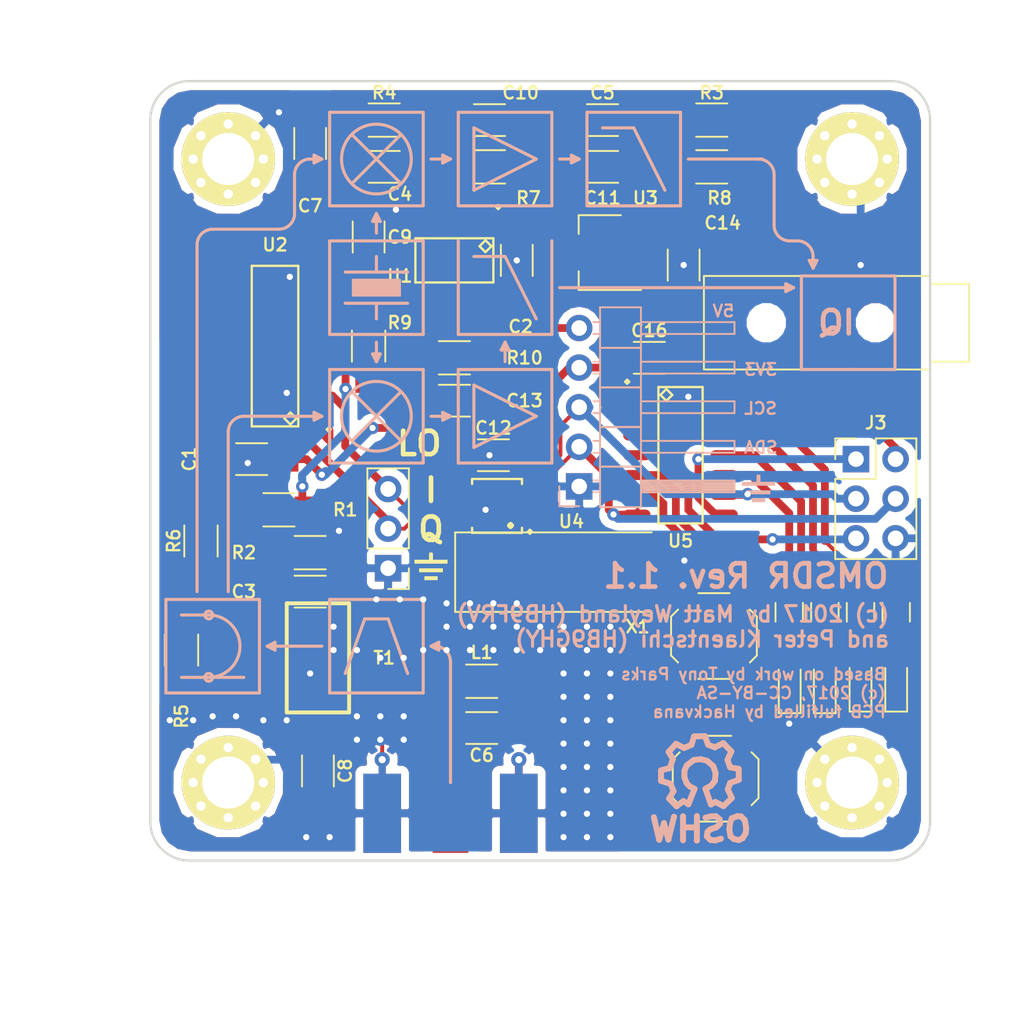
<source format=kicad_pcb>
(kicad_pcb (version 20171130) (host pcbnew "(2018-01-09 revision 00fb70088)-master")
  (layers (0 F.Cu signal) (31 B.Cu signal) (34 B.Paste user) (35 F.Paste user) (36 B.SilkS user) (37 F.SilkS user) (38 B.Mask user) (39 F.Mask user) (44 Edge.Cuts user))
  (net 0 "")
  (net 1 +3V3)
  (net 2 GND)
  (net 3 "Net-(C8-Pad1)")
  (net 4 "Net-(C6-Pad1)")
  (net 5 /Vhalf)
  (net 6 +5V)
  (net 7 "Net-(C5-Pad2)")
  (net 8 "Net-(J1-Pad2)")
  (net 9 "Net-(C11-Pad1)")
  (net 10 "Net-(C13-Pad1)")
  (net 11 "Net-(C9-Pad1)")
  (net 12 "Net-(J1-Pad1)")
  (net 13 "Net-(C11-Pad2)")
  (net 14 "Net-(C10-Pad1)")
  (net 15 "Net-(C10-Pad2)")
  (net 16 "Net-(R6-Pad1)")
  (net 17 "Net-(R6-Pad2)")
  (net 18 "Net-(R5-Pad2)")
  (net 19 "Net-(R5-Pad1)")
  (net 20 "Net-(C7-Pad1)")
  (net 21 /MISO)
  (net 22 /SCK)
  (net 23 /MOSI)
  (net 24 /~RST)
  (net 25 "Net-(U4-Pad2)")
  (net 26 "Net-(U4-Pad3)")
  (net 27 "Net-(U4-Pad6)")
  (net 28 "Net-(U2-Pad4)")
  (net 29 "Net-(U2-Pad5)")
  (net 30 "Net-(U2-Pad10)")
  (net 31 "Net-(U2-Pad13)")
  (net 32 "Net-(U5-Pad2)")
  (net 33 "Net-(C6-Pad2)")
  (net 34 "Net-(D3-Pad2)")
  (net 35 "Net-(R13-Pad2)")
  (net 36 "Net-(D4-Pad2)")
  (net 37 "Net-(R14-Pad2)")
  (net 38 "Net-(R12-Pad2)")
  (net 39 "Net-(D2-Pad2)")
  (net 40 "Net-(D1-Pad2)")
  (net 41 "Net-(R11-Pad2)")
  (net 42 /BUTTON2)
  (net 43 /BUTTON1)
  (net 44 "Net-(J4-Pad2)")
  (net 45 "Net-(J4-Pad3)")
  (net 46 "Net-(U5-Pad3)")
  (module mech:PTH-3MM-PLUS-SUPPORTED (layer F.Cu) (at 105 95)
    (fp_text reference MH3 hide)
    (fp_text value " ")
    (pad 1 thru_hole circle (at 0 0) (size 6 6) (drill 3.34) (layers *.Cu *.Mask F.SilkS) (net 2 GND))
    (pad 1 thru_hole circle (at 1.75 -1.5) (size 1 1) (drill 0.6) (layers *.Cu *.Mask F.SilkS) (net 2 GND))
    (pad 1 thru_hole circle (at 1.75 1.5) (size 1 1) (drill 0.6) (layers *.Cu *.Mask F.SilkS) (net 2 GND))
    (pad 1 thru_hole circle (at -1.75 1.5) (size 1 1) (drill 0.6) (layers *.Cu *.Mask F.SilkS) (net 2 GND))
    (pad 1 thru_hole circle (at -1.75 -1.5) (size 1 1) (drill 0.6) (layers *.Cu *.Mask F.SilkS) (net 2 GND))
    (pad 1 thru_hole circle (at -2.25 0) (size 1 1) (drill 0.6) (layers *.Cu *.Mask F.SilkS) (net 2 GND))
    (pad 1 thru_hole circle (at 2.25 0) (size 1 1) (drill 0.6) (layers *.Cu *.Mask F.SilkS) (net 2 GND))
    (pad 1 thru_hole circle (at 0 -2.25) (size 1 1) (drill 0.6) (layers *.Cu *.Mask F.SilkS) (net 2 GND))
    (pad 1 thru_hole circle (at 0 2.25) (size 1 1) (drill 0.6) (layers *.Cu *.Mask F.SilkS) (net 2 GND))
  )
  (module mech:PTH-3MM-PLUS-SUPPORTED (layer F.Cu) (at 145 95)
    (fp_text reference MH4 hide)
    (fp_text value " ")
    (pad 1 thru_hole circle (at 0 2.25) (size 1 1) (drill 0.6) (layers *.Cu *.Mask F.SilkS) (net 2 GND))
    (pad 1 thru_hole circle (at 0 -2.25) (size 1 1) (drill 0.6) (layers *.Cu *.Mask F.SilkS) (net 2 GND))
    (pad 1 thru_hole circle (at 2.25 0) (size 1 1) (drill 0.6) (layers *.Cu *.Mask F.SilkS) (net 2 GND))
    (pad 1 thru_hole circle (at -2.25 0) (size 1 1) (drill 0.6) (layers *.Cu *.Mask F.SilkS) (net 2 GND))
    (pad 1 thru_hole circle (at -1.75 -1.5) (size 1 1) (drill 0.6) (layers *.Cu *.Mask F.SilkS) (net 2 GND))
    (pad 1 thru_hole circle (at -1.75 1.5) (size 1 1) (drill 0.6) (layers *.Cu *.Mask F.SilkS) (net 2 GND))
    (pad 1 thru_hole circle (at 1.75 1.5) (size 1 1) (drill 0.6) (layers *.Cu *.Mask F.SilkS) (net 2 GND))
    (pad 1 thru_hole circle (at 1.75 -1.5) (size 1 1) (drill 0.6) (layers *.Cu *.Mask F.SilkS) (net 2 GND))
    (pad 1 thru_hole circle (at 0 0) (size 6 6) (drill 3.34) (layers *.Cu *.Mask F.SilkS) (net 2 GND))
  )
  (module mech:PTH-3MM-PLUS-SUPPORTED (layer F.Cu) (at 145 55)
    (fp_text reference MH2 hide)
    (fp_text value " ")
    (pad 1 thru_hole circle (at 0 0) (size 6 6) (drill 3.34) (layers *.Cu *.Mask F.SilkS) (net 2 GND))
    (pad 1 thru_hole circle (at 1.75 -1.5) (size 1 1) (drill 0.6) (layers *.Cu *.Mask F.SilkS) (net 2 GND))
    (pad 1 thru_hole circle (at 1.75 1.5) (size 1 1) (drill 0.6) (layers *.Cu *.Mask F.SilkS) (net 2 GND))
    (pad 1 thru_hole circle (at -1.75 1.5) (size 1 1) (drill 0.6) (layers *.Cu *.Mask F.SilkS) (net 2 GND))
    (pad 1 thru_hole circle (at -1.75 -1.5) (size 1 1) (drill 0.6) (layers *.Cu *.Mask F.SilkS) (net 2 GND))
    (pad 1 thru_hole circle (at -2.25 0) (size 1 1) (drill 0.6) (layers *.Cu *.Mask F.SilkS) (net 2 GND))
    (pad 1 thru_hole circle (at 2.25 0) (size 1 1) (drill 0.6) (layers *.Cu *.Mask F.SilkS) (net 2 GND))
    (pad 1 thru_hole circle (at 0 -2.25) (size 1 1) (drill 0.6) (layers *.Cu *.Mask F.SilkS) (net 2 GND))
    (pad 1 thru_hole circle (at 0 2.25) (size 1 1) (drill 0.6) (layers *.Cu *.Mask F.SilkS) (net 2 GND))
  )
  (module mech:PTH-3MM-PLUS-SUPPORTED (layer F.Cu) (at 105 55)
    (fp_text reference MH1 hide)
    (fp_text value " ")
    (pad 1 thru_hole circle (at 0 0) (size 6 6) (drill 3.34) (layers *.Cu *.Mask F.SilkS) (net 2 GND))
    (pad 1 thru_hole circle (at 1.75 -1.5) (size 1 1) (drill 0.6) (layers *.Cu *.Mask F.SilkS) (net 2 GND))
    (pad 1 thru_hole circle (at 1.75 1.5) (size 1 1) (drill 0.6) (layers *.Cu *.Mask F.SilkS) (net 2 GND))
    (pad 1 thru_hole circle (at -1.75 1.5) (size 1 1) (drill 0.6) (layers *.Cu *.Mask F.SilkS) (net 2 GND))
    (pad 1 thru_hole circle (at -1.75 -1.5) (size 1 1) (drill 0.6) (layers *.Cu *.Mask F.SilkS) (net 2 GND))
    (pad 1 thru_hole circle (at -2.25 0) (size 1 1) (drill 0.6) (layers *.Cu *.Mask F.SilkS) (net 2 GND))
    (pad 1 thru_hole circle (at 2.25 0) (size 1 1) (drill 0.6) (layers *.Cu *.Mask F.SilkS) (net 2 GND))
    (pad 1 thru_hole circle (at 0 -2.25) (size 1 1) (drill 0.6) (layers *.Cu *.Mask F.SilkS) (net 2 GND))
    (pad 1 thru_hole circle (at 0 2.25) (size 1 1) (drill 0.6) (layers *.Cu *.Mask F.SilkS) (net 2 GND))
  )
  (module local:CX2074 (layer F.Cu) (at 110.75 87 270)
    (fp_text reference T1 (at 0 -4.25) (layer F.SilkS) (effects (font (size 0.8 0.8))))
    (fp_text value CX2074NL)
    (pad 1 smd rect (at -2 -2.8 270) (size 1.2 4.2) (drill (offset 0 -1.5)) (layers F.Cu F.Paste F.Mask) (net 2 GND))
    (pad 2 smd rect (at 2 -2.8 270) (size 1.2 4.2) (drill (offset 0 -1.5)) (layers F.Cu F.Paste F.Mask) (net 3 "Net-(C8-Pad1)"))
    (pad 3 smd rect (at 2 2.8 270) (size 1.2 4.2) (drill (offset 0 1.5)) (layers F.Cu F.Paste F.Mask) (net 18 "Net-(R5-Pad2)"))
    (pad 4 smd rect (at 0 2.8 270) (size 1.2 4.2) (drill (offset 0 1.5)) (layers F.Cu F.Paste F.Mask) (net 5 /Vhalf))
    (pad 5 smd rect (at -2 2.8 270) (size 1.2 4.2) (drill (offset 0 1.5)) (layers F.Cu F.Paste F.Mask) (net 17 "Net-(R6-Pad2)"))
  )
  (module Capacitors_SMD:C_1206_HandSoldering (layer F.Cu) (at 132 67.75)
    (fp_text reference C16 (at 0 -1.75) (layer F.SilkS) (effects (font (size 0.8 0.8))))
    (fp_text value 4.7u)
    (pad 1 smd rect (at -2 0) (size 2 1.6) (layers F.Cu F.Paste F.Mask) (net 1 +3V3))
    (pad 2 smd rect (at 2 0) (size 2 1.6) (layers F.Cu F.Paste F.Mask) (net 2 GND))
  )
  (module symbols:GND (layer F.Cu) (at 118 81)
    (fp_text reference VAL hide)
    (fp_text value GND hide)
  )
  (module symbols:GND (layer B.Cu) (at 139 76 180)
    (fp_text reference VAL hide)
    (fp_text value GND hide)
  )
  (module symbols:Symbol_OSHW-Logo_SilkScreen (layer B.Cu) (at 135.25 94.5 180)
    (fp_text reference SYM hide)
    (fp_text value Symbol_OSHW-Logo_SilkScreen_07Jul2012 hide)
  )
  (module Capacitors_SMD:C_1206_HandSoldering (layer F.Cu) (at 134.2 61.8 270)
    (fp_text reference C14 (at -2.7 -2.5) (layer F.SilkS) (effects (font (size 0.8 0.8))))
    (fp_text value 4.7u)
    (pad 1 smd rect (at -2 0 270) (size 2 1.6) (layers F.Cu F.Paste F.Mask) (net 6 +5V))
    (pad 2 smd rect (at 2 0 270) (size 2 1.6) (layers F.Cu F.Paste F.Mask) (net 2 GND))
  )
  (module Capacitors_SMD:C_1206_HandSoldering (layer F.Cu) (at 122 74 180)
    (fp_text reference C12 (at 0 1.75 180) (layer F.SilkS) (effects (font (size 0.8 0.8))))
    (fp_text value 0.1u)
    (pad 2 smd rect (at 2 0 180) (size 2 1.6) (layers F.Cu F.Paste F.Mask) (net 2 GND))
    (pad 1 smd rect (at -2 0 180) (size 2 1.6) (layers F.Cu F.Paste F.Mask) (net 1 +3V3))
  )
  (module Capacitors_SMD:C_1206_HandSoldering (layer F.Cu) (at 123.5 61.5 90)
    (fp_text reference C2 (at -4.25 0.25 180) (layer F.SilkS) (effects (font (size 0.8 0.8))))
    (fp_text value 0.1u)
    (pad 1 smd rect (at -2 0 90) (size 2 1.6) (layers F.Cu F.Paste F.Mask) (net 6 +5V))
    (pad 2 smd rect (at 2 0 90) (size 2 1.6) (layers F.Cu F.Paste F.Mask) (net 2 GND))
  )
  (module IPC7351-Most:SOIC127P600X175-8 (layer F.Cu) (at 119.5 61.5 270)
    (fp_text reference U1 (at 1 3.5) (layer F.SilkS) (effects (font (size 0.8 0.8))))
    (fp_text value LT6231)
    (pad 1 smd oval (at -2.8 -1.905 270) (size 1.75 0.65) (layers F.Cu F.Paste F.Mask) (net 15 "Net-(C10-Pad2)"))
    (pad 2 smd oval (at -2.8 -0.635 270) (size 1.75 0.65) (layers F.Cu F.Paste F.Mask) (net 14 "Net-(C10-Pad1)"))
    (pad 3 smd oval (at -2.8 0.635 270) (size 1.75 0.65) (layers F.Cu F.Paste F.Mask) (net 5 /Vhalf))
    (pad 4 smd oval (at -2.8 1.905 270) (size 1.75 0.65) (layers F.Cu F.Paste F.Mask) (net 2 GND))
    (pad 5 smd oval (at 2.8 1.905 270) (size 1.75 0.65) (layers F.Cu F.Paste F.Mask) (net 5 /Vhalf))
    (pad 6 smd oval (at 2.8 0.635 270) (size 1.75 0.65) (layers F.Cu F.Paste F.Mask) (net 10 "Net-(C13-Pad1)"))
    (pad 7 smd oval (at 2.8 -0.635 270) (size 1.75 0.65) (layers F.Cu F.Paste F.Mask) (net 9 "Net-(C11-Pad1)"))
    (pad 8 smd oval (at 2.8 -1.905 270) (size 1.75 0.65) (layers F.Cu F.Paste F.Mask) (net 6 +5V))
  )
  (module Capacitors_SMD:C_1206_HandSoldering (layer F.Cu) (at 119.5 70.5)
    (fp_text reference C13 (at 4.5 0) (layer F.SilkS) (effects (font (size 0.8 0.8))))
    (fp_text value C)
    (pad 1 smd rect (at -2 0) (size 2 1.6) (layers F.Cu F.Paste F.Mask) (net 10 "Net-(C13-Pad1)"))
    (pad 2 smd rect (at 2 0) (size 2 1.6) (layers F.Cu F.Paste F.Mask) (net 9 "Net-(C11-Pad1)"))
  )
  (module Resistors_SMD:R_1206_HandSoldering (layer F.Cu) (at 119.5 67.75 180)
    (fp_text reference R10 (at -4.5 0 180) (layer F.SilkS) (effects (font (size 0.8 0.8))))
    (fp_text value R)
    (pad 1 smd rect (at -2 0 180) (size 2 1.7) (layers F.Cu F.Paste F.Mask) (net 9 "Net-(C11-Pad1)"))
    (pad 2 smd rect (at 2 0 180) (size 2 1.7) (layers F.Cu F.Paste F.Mask) (net 10 "Net-(C13-Pad1)"))
  )
  (module Capacitors_SMD:C_1206_HandSoldering (layer F.Cu) (at 129 55.5)
    (fp_text reference C11 (at 0 2) (layer F.SilkS) (effects (font (size 0.8 0.8))))
    (fp_text value 0.1u)
    (pad 2 smd rect (at 2 0) (size 2 1.6) (layers F.Cu F.Paste F.Mask) (net 13 "Net-(C11-Pad2)"))
    (pad 1 smd rect (at -2 0) (size 2 1.6) (layers F.Cu F.Paste F.Mask) (net 9 "Net-(C11-Pad1)"))
  )
  (module Capacitors_SMD:C_1206_HandSoldering (layer F.Cu) (at 129 52.5)
    (fp_text reference C5 (at 0 -1.75) (layer F.SilkS) (effects (font (size 0.8 0.8))))
    (fp_text value 0.1u)
    (pad 1 smd rect (at -2 0) (size 2 1.6) (layers F.Cu F.Paste F.Mask) (net 15 "Net-(C10-Pad2)"))
    (pad 2 smd rect (at 2 0) (size 2 1.6) (layers F.Cu F.Paste F.Mask) (net 7 "Net-(C5-Pad2)"))
  )
  (module Resistors_SMD:R_1206_HandSoldering (layer F.Cu) (at 136 52.5 180)
    (fp_text reference R3 (at 0 1.75 180) (layer F.SilkS) (effects (font (size 0.8 0.8))))
    (fp_text value 100)
    (pad 2 smd rect (at 2 0 180) (size 2 1.7) (layers F.Cu F.Paste F.Mask) (net 7 "Net-(C5-Pad2)"))
    (pad 1 smd rect (at -2 0 180) (size 2 1.7) (layers F.Cu F.Paste F.Mask) (net 8 "Net-(J1-Pad2)"))
  )
  (module Resistors_SMD:R_1206_HandSoldering (layer F.Cu) (at 136 55.5 180)
    (fp_text reference R8 (at -0.5 -2 180) (layer F.SilkS) (effects (font (size 0.8 0.8))))
    (fp_text value 100)
    (pad 1 smd rect (at -2 0 180) (size 2 1.7) (layers F.Cu F.Paste F.Mask) (net 12 "Net-(J1-Pad1)"))
    (pad 2 smd rect (at 2 0 180) (size 2 1.7) (layers F.Cu F.Paste F.Mask) (net 13 "Net-(C11-Pad2)"))
  )
  (module Capacitors_SMD:C_1206_HandSoldering (layer F.Cu) (at 121.75 52.5)
    (fp_text reference C10 (at 2 -1.75) (layer F.SilkS) (effects (font (size 0.8 0.8))))
    (fp_text value C)
    (pad 1 smd rect (at -2 0) (size 2 1.6) (layers F.Cu F.Paste F.Mask) (net 14 "Net-(C10-Pad1)"))
    (pad 2 smd rect (at 2 0) (size 2 1.6) (layers F.Cu F.Paste F.Mask) (net 15 "Net-(C10-Pad2)"))
  )
  (module Capacitors_SMD:C_1206_HandSoldering (layer F.Cu) (at 110.25 54 90)
    (fp_text reference C7 (at -4 0 180) (layer F.SilkS) (effects (font (size 0.8 0.8))))
    (fp_text value 0.047u)
    (pad 2 smd rect (at 2 0 90) (size 2 1.6) (layers F.Cu F.Paste F.Mask) (net 2 GND))
    (pad 1 smd rect (at -2 0 90) (size 2 1.6) (layers F.Cu F.Paste F.Mask) (net 20 "Net-(C7-Pad1)"))
  )
  (module Capacitors_SMD:C_1206_HandSoldering (layer F.Cu) (at 114 60 90)
    (fp_text reference C9 (at 0 2 180) (layer F.SilkS) (effects (font (size 0.8 0.8))))
    (fp_text value 0.047u)
    (pad 1 smd rect (at -2 0 90) (size 2 1.6) (layers F.Cu F.Paste F.Mask) (net 11 "Net-(C9-Pad1)"))
    (pad 2 smd rect (at 2 0 90) (size 2 1.6) (layers F.Cu F.Paste F.Mask) (net 2 GND))
  )
  (module Resistors_SMD:R_1206_HandSoldering (layer F.Cu) (at 114 67 90)
    (fp_text reference R9 (at 1.5 2 180) (layer F.SilkS) (effects (font (size 0.8 0.8))))
    (fp_text value 10)
    (pad 1 smd rect (at -2 0 90) (size 2 1.7) (layers F.Cu F.Paste F.Mask) (net 10 "Net-(C13-Pad1)"))
    (pad 2 smd rect (at 2 0 90) (size 2 1.7) (layers F.Cu F.Paste F.Mask) (net 11 "Net-(C9-Pad1)"))
  )
  (module Resistors_SMD:R_1206_HandSoldering (layer F.Cu) (at 121.75 55.5 180)
    (fp_text reference R7 (at -2.5 -2 180) (layer F.SilkS) (effects (font (size 0.8 0.8))))
    (fp_text value R)
    (pad 2 smd rect (at 2 0 180) (size 2 1.7) (layers F.Cu F.Paste F.Mask) (net 14 "Net-(C10-Pad1)"))
    (pad 1 smd rect (at -2 0 180) (size 2 1.7) (layers F.Cu F.Paste F.Mask) (net 15 "Net-(C10-Pad2)"))
  )
  (module Resistors_SMD:R_1206_HandSoldering (layer F.Cu) (at 115 52.5 180)
    (fp_text reference R4 (at 0 1.75 180) (layer F.SilkS) (effects (font (size 0.8 0.8))))
    (fp_text value 10)
    (pad 1 smd rect (at -2 0 180) (size 2 1.7) (layers F.Cu F.Paste F.Mask) (net 14 "Net-(C10-Pad1)"))
    (pad 2 smd rect (at 2 0 180) (size 2 1.7) (layers F.Cu F.Paste F.Mask) (net 20 "Net-(C7-Pad1)"))
  )
  (module Capacitors_SMD:C_1206_HandSoldering (layer F.Cu) (at 106.5 74.25 180)
    (fp_text reference C1 (at 4 0 270) (layer F.SilkS) (effects (font (size 0.8 0.8))))
    (fp_text value 0.1u)
    (pad 1 smd rect (at -2 0 180) (size 2 1.6) (layers F.Cu F.Paste F.Mask) (net 6 +5V))
    (pad 2 smd rect (at 2 0 180) (size 2 1.6) (layers F.Cu F.Paste F.Mask) (net 2 GND))
  )
  (module Resistors_SMD:R_1206_HandSoldering (layer F.Cu) (at 103.25 79.5 270)
    (fp_text reference R6 (at 0 1.75 270) (layer F.SilkS) (effects (font (size 0.8 0.8))))
    (fp_text value 10)
    (pad 2 smd rect (at 2 0 270) (size 2 1.7) (layers F.Cu F.Paste F.Mask) (net 17 "Net-(R6-Pad2)"))
    (pad 1 smd rect (at -2 0 270) (size 2 1.7) (layers F.Cu F.Paste F.Mask) (net 16 "Net-(R6-Pad1)"))
  )
  (module Resistors_SMD:R_1206_HandSoldering (layer F.Cu) (at 102 86.5 270)
    (fp_text reference R5 (at 4.25 0 270) (layer F.SilkS) (effects (font (size 0.8 0.8))))
    (fp_text value 10)
    (pad 1 smd rect (at -2 0 270) (size 2 1.7) (layers F.Cu F.Paste F.Mask) (net 19 "Net-(R5-Pad1)"))
    (pad 2 smd rect (at 2 0 270) (size 2 1.7) (layers F.Cu F.Paste F.Mask) (net 18 "Net-(R5-Pad2)"))
  )
  (module Capacitors_SMD:C_1206_HandSoldering (layer F.Cu) (at 110.25 82.75)
    (fp_text reference C3 (at -4.25 0) (layer F.SilkS) (effects (font (size 0.8 0.8))))
    (fp_text value 0.1u)
    (pad 2 smd rect (at 2 0) (size 2 1.6) (layers F.Cu F.Paste F.Mask) (net 2 GND))
    (pad 1 smd rect (at -2 0) (size 2 1.6) (layers F.Cu F.Paste F.Mask) (net 5 /Vhalf))
  )
  (module Capacitors_SMD:C_1206_HandSoldering (layer F.Cu) (at 115 55.5 180)
    (fp_text reference C4 (at -1 -1.75 180) (layer F.SilkS) (effects (font (size 0.8 0.8))))
    (fp_text value 4.7u)
    (pad 1 smd rect (at -2 0 180) (size 2 1.6) (layers F.Cu F.Paste F.Mask) (net 5 /Vhalf))
    (pad 2 smd rect (at 2 0 180) (size 2 1.6) (layers F.Cu F.Paste F.Mask) (net 2 GND))
  )
  (module Resistors_SMD:R_1206_HandSoldering (layer F.Cu) (at 108.25 77.5)
    (fp_text reference R1 (at 4.25 0) (layer F.SilkS) (effects (font (size 0.8 0.8))))
    (fp_text value 1k)
    (pad 2 smd rect (at 2 0) (size 2 1.7) (layers F.Cu F.Paste F.Mask) (net 5 /Vhalf))
    (pad 1 smd rect (at -2 0) (size 2 1.7) (layers F.Cu F.Paste F.Mask) (net 6 +5V))
  )
  (module Resistors_SMD:R_1206_HandSoldering (layer F.Cu) (at 110.25 80.25)
    (fp_text reference R2 (at -4.25 0) (layer F.SilkS) (effects (font (size 0.8 0.8))))
    (fp_text value 1k)
    (pad 1 smd rect (at -2 0) (size 2 1.7) (layers F.Cu F.Paste F.Mask) (net 5 /Vhalf))
    (pad 2 smd rect (at 2 0) (size 2 1.7) (layers F.Cu F.Paste F.Mask) (net 2 GND))
  )
  (module Capacitors_SMD:C_1206_HandSoldering (layer F.Cu) (at 110.75 94.25 270)
    (fp_text reference C8 (at 0 -1.75 270) (layer F.SilkS) (effects (font (size 0.8 0.8))))
    (fp_text value C)
    (pad 2 smd rect (at 2 0 270) (size 2 1.6) (layers F.Cu F.Paste F.Mask) (net 2 GND))
    (pad 1 smd rect (at -2 0 270) (size 2 1.6) (layers F.Cu F.Paste F.Mask) (net 3 "Net-(C8-Pad1)"))
  )
  (module Capacitors_SMD:C_1206_HandSoldering (layer F.Cu) (at 121.25 91.5 180)
    (fp_text reference C6 (at 0 -1.75 180) (layer F.SilkS) (effects (font (size 0.8 0.8))))
    (fp_text value C)
    (pad 1 smd rect (at -2 0 180) (size 2 1.6) (layers F.Cu F.Paste F.Mask) (net 4 "Net-(C6-Pad1)"))
    (pad 2 smd rect (at 2 0 180) (size 2 1.6) (layers F.Cu F.Paste F.Mask) (net 33 "Net-(C6-Pad2)"))
  )
  (module Resistors_SMD:R_1206_HandSoldering (layer F.Cu) (at 121.25 88.5)
    (fp_text reference L1 (at 0 -1.85) (layer F.SilkS) (effects (font (size 0.8 0.8))))
    (fp_text value L)
    (pad 1 smd rect (at -2 0) (size 2 1.7) (layers F.Cu F.Paste F.Mask) (net 3 "Net-(C8-Pad1)"))
    (pad 2 smd rect (at 2 0) (size 2 1.7) (layers F.Cu F.Paste F.Mask) (net 4 "Net-(C6-Pad1)"))
  )
  (module Buttons_Switches_SMD:SW_SPST_TL3342 (layer F.Cu) (at 136.25 94.75 270)
    (fp_text reference SW2 hide)
    (fp_text value SW_SPST)
    (pad 1 smd rect (at -3.15 -1.9 270) (size 1.7 1) (layers F.Cu F.Paste F.Mask) (net 42 /BUTTON2))
    (pad 1 smd rect (at 3.15 -1.9 270) (size 1.7 1) (layers F.Cu F.Paste F.Mask) (net 42 /BUTTON2))
    (pad 2 smd rect (at -3.15 1.9 270) (size 1.7 1) (layers F.Cu F.Paste F.Mask) (net 2 GND))
    (pad 2 smd rect (at 3.15 1.9 270) (size 1.7 1) (layers F.Cu F.Paste F.Mask) (net 2 GND))
  )
  (module LEDs:LED_0805 (layer F.Cu) (at 143.25 88.75 90)
    (fp_text reference D2 hide)
    (fp_text value LED)
    (pad 1 smd rect (at -1.1 0 270) (size 1.2 1.2) (layers F.Cu F.Paste F.Mask) (net 2 GND))
    (pad 2 smd rect (at 1.1 0 270) (size 1.2 1.2) (layers F.Cu F.Paste F.Mask) (net 39 "Net-(D2-Pad2)"))
  )
  (module LEDs:LED_0805 (layer F.Cu) (at 141 88.75 90)
    (fp_text reference D1 hide)
    (fp_text value LED)
    (pad 2 smd rect (at 1.1 0 270) (size 1.2 1.2) (layers F.Cu F.Paste F.Mask) (net 40 "Net-(D1-Pad2)"))
    (pad 1 smd rect (at -1.1 0 270) (size 1.2 1.2) (layers F.Cu F.Paste F.Mask) (net 2 GND))
  )
  (module Pin_Headers:Pin_Header_Straight_1x03_Pitch2.54mm (layer F.Cu) (at 115.25 81.25 180)
    (fp_text reference J4 hide)
    (fp_text value LO)
    (pad 1 thru_hole rect (at 0 0 180) (size 1.7 1.7) (drill 1) (layers *.Cu *.Mask) (net 2 GND))
    (pad 2 thru_hole oval (at 0 2.54 180) (size 1.7 1.7) (drill 1) (layers *.Cu *.Mask) (net 44 "Net-(J4-Pad2)"))
    (pad 3 thru_hole oval (at 0 5.08 180) (size 1.7 1.7) (drill 1) (layers *.Cu *.Mask) (net 45 "Net-(J4-Pad3)"))
  )
  (module Buttons_Switches_SMD:SW_SPST_TL3342 (layer F.Cu) (at 136.144 85.598 270)
    (fp_text reference SW1 hide)
    (fp_text value SW_SPST)
    (pad 1 smd rect (at -3.15 -1.9 270) (size 1.7 1) (layers F.Cu F.Paste F.Mask) (net 43 /BUTTON1))
    (pad 1 smd rect (at 3.15 -1.9 270) (size 1.7 1) (layers F.Cu F.Paste F.Mask) (net 43 /BUTTON1))
    (pad 2 smd rect (at -3.15 1.9 270) (size 1.7 1) (layers F.Cu F.Paste F.Mask) (net 2 GND))
    (pad 2 smd rect (at 3.15 1.9 270) (size 1.7 1) (layers F.Cu F.Paste F.Mask) (net 2 GND))
  )
  (module Crystals:Crystal_SMD_HC49-SD (layer F.Cu) (at 126.25 81.5)
    (fp_text reference X1 (at 5 3.5 -180) (layer F.SilkS) (effects (font (size 0.8 0.8))))
    (fp_text value "25 MHz")
    (pad 1 smd rect (at -4.25 0) (size 4.5 2) (layers F.Cu F.Paste F.Mask) (net 25 "Net-(U4-Pad2)"))
    (pad 2 smd rect (at 4.25 0) (size 4.5 2) (layers F.Cu F.Paste F.Mask) (net 26 "Net-(U4-Pad3)"))
  )
  (module LEDs:LED_0805 (layer F.Cu) (at 145.542 88.646 90)
    (fp_text reference D3 hide)
    (fp_text value LED)
    (pad 1 smd rect (at -1.1 0 270) (size 1.2 1.2) (layers F.Cu F.Paste F.Mask) (net 2 GND))
    (pad 2 smd rect (at 1.1 0 270) (size 1.2 1.2) (layers F.Cu F.Paste F.Mask) (net 34 "Net-(D3-Pad2)"))
  )
  (module LEDs:LED_0805 (layer F.Cu) (at 147.828 88.646 90)
    (fp_text reference D4 hide)
    (fp_text value LED)
    (pad 2 smd rect (at 1.1 0 270) (size 1.2 1.2) (layers F.Cu F.Paste F.Mask) (net 36 "Net-(D4-Pad2)"))
    (pad 1 smd rect (at -1.1 0 270) (size 1.2 1.2) (layers F.Cu F.Paste F.Mask) (net 2 GND))
  )
  (module Resistors_SMD:R_0805_HandSoldering (layer F.Cu) (at 140.97 84.074 90)
    (fp_text reference R11 hide)
    (fp_text value 1k)
    (pad 1 smd rect (at -1.35 0 90) (size 1.5 1.3) (layers F.Cu F.Paste F.Mask) (net 40 "Net-(D1-Pad2)"))
    (pad 2 smd rect (at 1.35 0 90) (size 1.5 1.3) (layers F.Cu F.Paste F.Mask) (net 41 "Net-(R11-Pad2)"))
  )
  (module Resistors_SMD:R_0805_HandSoldering (layer F.Cu) (at 143.256 84.074 90)
    (fp_text reference R12 hide)
    (fp_text value 1k)
    (pad 2 smd rect (at 1.35 0 90) (size 1.5 1.3) (layers F.Cu F.Paste F.Mask) (net 38 "Net-(R12-Pad2)"))
    (pad 1 smd rect (at -1.35 0 90) (size 1.5 1.3) (layers F.Cu F.Paste F.Mask) (net 39 "Net-(D2-Pad2)"))
  )
  (module Resistors_SMD:R_0805_HandSoldering (layer F.Cu) (at 147.828 84.074 90)
    (fp_text reference R14 hide)
    (fp_text value 1k)
    (pad 1 smd rect (at -1.35 0 90) (size 1.5 1.3) (layers F.Cu F.Paste F.Mask) (net 36 "Net-(D4-Pad2)"))
    (pad 2 smd rect (at 1.35 0 90) (size 1.5 1.3) (layers F.Cu F.Paste F.Mask) (net 37 "Net-(R14-Pad2)"))
  )
  (module Resistors_SMD:R_0805_HandSoldering (layer F.Cu) (at 145.542 84.074 90)
    (fp_text reference R13 hide)
    (fp_text value 1k)
    (pad 1 smd rect (at -1.35 0 90) (size 1.5 1.3) (layers F.Cu F.Paste F.Mask) (net 34 "Net-(D3-Pad2)"))
    (pad 2 smd rect (at 1.35 0 90) (size 1.5 1.3) (layers F.Cu F.Paste F.Mask) (net 35 "Net-(R13-Pad2)"))
  )
  (module Pin_Headers:Pin_Header_Angled_1x05_Pitch2.54mm (layer B.Cu) (at 127.5 76)
    (fp_text reference J8 hide)
    (fp_text value PWR)
    (pad 1 thru_hole rect (at 0 0) (size 1.7 1.7) (drill 1) (layers *.Cu *.Mask) (net 2 GND))
    (pad 2 thru_hole oval (at 0 -2.54) (size 1.7 1.7) (drill 1) (layers *.Cu *.Mask) (net 23 /MOSI))
    (pad 3 thru_hole oval (at 0 -5.08) (size 1.7 1.7) (drill 1) (layers *.Cu *.Mask) (net 22 /SCK))
    (pad 4 thru_hole oval (at 0 -7.62) (size 1.7 1.7) (drill 1) (layers *.Cu *.Mask) (net 1 +3V3))
    (pad 5 thru_hole oval (at 0 -10.16) (size 1.7 1.7) (drill 1) (layers *.Cu *.Mask) (net 6 +5V))
  )
  (module IPC7351-Most:SOIC127P600X175-14 (layer F.Cu) (at 134 74)
    (fp_text reference U5 (at 0 5.5) (layer F.SilkS) (effects (font (size 0.8 0.8))))
    (fp_text value ATTINY24-20SSU)
    (pad 1 smd oval (at -2.8 -3.81) (size 1.75 0.65) (layers F.Cu F.Paste F.Mask) (net 1 +3V3))
    (pad 2 smd oval (at -2.8 -2.54) (size 1.75 0.65) (layers F.Cu F.Paste F.Mask) (net 32 "Net-(U5-Pad2)"))
    (pad 3 smd oval (at -2.8 -1.27) (size 1.75 0.65) (layers F.Cu F.Paste F.Mask) (net 46 "Net-(U5-Pad3)"))
    (pad 4 smd oval (at -2.8 0) (size 1.75 0.65) (layers F.Cu F.Paste F.Mask) (net 24 /~RST))
    (pad 5 smd oval (at -2.8 1.27) (size 1.75 0.65) (layers F.Cu F.Paste F.Mask) (net 43 /BUTTON1))
    (pad 6 smd oval (at -2.8 2.54) (size 1.75 0.65) (layers F.Cu F.Paste F.Mask) (net 42 /BUTTON2))
    (pad 7 smd oval (at -2.8 3.81) (size 1.75 0.65) (layers F.Cu F.Paste F.Mask) (net 23 /MOSI))
    (pad 8 smd oval (at 2.8 3.81) (size 1.75 0.65) (layers F.Cu F.Paste F.Mask) (net 21 /MISO))
    (pad 9 smd oval (at 2.8 2.54) (size 1.75 0.65) (layers F.Cu F.Paste F.Mask) (net 22 /SCK))
    (pad 10 smd oval (at 2.8 1.27) (size 1.75 0.65) (layers F.Cu F.Paste F.Mask) (net 41 "Net-(R11-Pad2)"))
    (pad 11 smd oval (at 2.8 0) (size 1.75 0.65) (layers F.Cu F.Paste F.Mask) (net 38 "Net-(R12-Pad2)"))
    (pad 12 smd oval (at 2.8 -1.27) (size 1.75 0.65) (layers F.Cu F.Paste F.Mask) (net 35 "Net-(R13-Pad2)"))
    (pad 13 smd oval (at 2.8 -2.54) (size 1.75 0.65) (layers F.Cu F.Paste F.Mask) (net 37 "Net-(R14-Pad2)"))
    (pad 14 smd oval (at 2.8 -3.81) (size 1.75 0.65) (layers F.Cu F.Paste F.Mask) (net 2 GND))
  )
  (module IPC7351-Most:SOP50P490X110-10 (layer F.Cu) (at 122.234 77.25 180)
    (fp_text reference U4 (at -4.766 -1 180) (layer F.SilkS) (effects (font (size 0.8 0.8))))
    (fp_text value Si5351A)
    (pad 1 smd oval (at -2.35 -1 180) (size 1.6 0.3) (layers F.Cu F.Paste F.Mask) (net 1 +3V3))
    (pad 2 smd oval (at -2.35 -0.5 180) (size 1.6 0.3) (layers F.Cu F.Paste F.Mask) (net 25 "Net-(U4-Pad2)"))
    (pad 3 smd oval (at -2.35 0 180) (size 1.6 0.3) (layers F.Cu F.Paste F.Mask) (net 26 "Net-(U4-Pad3)"))
    (pad 4 smd oval (at -2.35 0.5 180) (size 1.6 0.3) (layers F.Cu F.Paste F.Mask) (net 22 /SCK))
    (pad 5 smd oval (at -2.35 1 180) (size 1.6 0.3) (layers F.Cu F.Paste F.Mask) (net 23 /MOSI))
    (pad 6 smd oval (at 2.35 1 180) (size 1.6 0.3) (layers F.Cu F.Paste F.Mask) (net 27 "Net-(U4-Pad6)"))
    (pad 7 smd oval (at 2.35 0.5 180) (size 1.6 0.3) (layers F.Cu F.Paste F.Mask) (net 1 +3V3))
    (pad 8 smd oval (at 2.35 0 180) (size 1.6 0.3) (layers F.Cu F.Paste F.Mask) (net 2 GND))
    (pad 9 smd oval (at 2.35 -0.5 180) (size 1.6 0.3) (layers F.Cu F.Paste F.Mask) (net 45 "Net-(J4-Pad3)"))
    (pad 10 smd oval (at 2.35 -1 180) (size 1.6 0.3) (layers F.Cu F.Paste F.Mask) (net 44 "Net-(J4-Pad2)"))
  )
  (module IPC7351-Most:SOIC127P600X180-16 (layer F.Cu) (at 108 67 180)
    (fp_text reference U2 (at 0 6.5 180) (layer F.SilkS) (effects (font (size 0.8 0.8))))
    (fp_text value FST3253)
    (pad 1 smd oval (at -2.85 -4.445 180) (size 1.7 0.65) (layers F.Cu F.Paste F.Mask) (net 2 GND))
    (pad 2 smd oval (at -2.85 -3.175 180) (size 1.7 0.65) (layers F.Cu F.Paste F.Mask) (net 45 "Net-(J4-Pad3)"))
    (pad 3 smd oval (at -2.85 -1.905 180) (size 1.7 0.65) (layers F.Cu F.Paste F.Mask) (net 16 "Net-(R6-Pad1)"))
    (pad 4 smd oval (at -2.85 -0.635 180) (size 1.7 0.65) (layers F.Cu F.Paste F.Mask) (net 28 "Net-(U2-Pad4)"))
    (pad 5 smd oval (at -2.85 0.635 180) (size 1.7 0.65) (layers F.Cu F.Paste F.Mask) (net 29 "Net-(U2-Pad5)"))
    (pad 6 smd oval (at -2.85 1.905 180) (size 1.7 0.65) (layers F.Cu F.Paste F.Mask) (net 19 "Net-(R5-Pad1)"))
    (pad 7 smd oval (at -2.85 3.175 180) (size 1.7 0.65) (layers F.Cu F.Paste F.Mask) (net 11 "Net-(C9-Pad1)"))
    (pad 8 smd oval (at -2.85 4.445 180) (size 1.7 0.65) (layers F.Cu F.Paste F.Mask) (net 2 GND))
    (pad 9 smd oval (at 2.85 4.445 180) (size 1.7 0.65) (layers F.Cu F.Paste F.Mask) (net 20 "Net-(C7-Pad1)"))
    (pad 10 smd oval (at 2.85 3.175 180) (size 1.7 0.65) (layers F.Cu F.Paste F.Mask) (net 30 "Net-(U2-Pad10)"))
    (pad 11 smd oval (at 2.85 1.905 180) (size 1.7 0.65) (layers F.Cu F.Paste F.Mask) (net 19 "Net-(R5-Pad1)"))
    (pad 12 smd oval (at 2.85 0.635 180) (size 1.7 0.65) (layers F.Cu F.Paste F.Mask) (net 16 "Net-(R6-Pad1)"))
    (pad 13 smd oval (at 2.85 -0.635 180) (size 1.7 0.65) (layers F.Cu F.Paste F.Mask) (net 31 "Net-(U2-Pad13)"))
    (pad 14 smd oval (at 2.85 -1.905 180) (size 1.7 0.65) (layers F.Cu F.Paste F.Mask) (net 44 "Net-(J4-Pad2)"))
    (pad 15 smd oval (at 2.85 -3.175 180) (size 1.7 0.65) (layers F.Cu F.Paste F.Mask) (net 2 GND))
    (pad 16 smd oval (at 2.85 -4.445 180) (size 1.7 0.65) (layers F.Cu F.Paste F.Mask) (net 6 +5V))
  )
  (module conn-cui:CONN-SJ-3523-SMT (layer F.Cu) (at 150 65.5 270)
    (fp_text reference J1 hide)
    (fp_text value "I/Q Out")
    (pad 1 smd rect (at -3.7 11.8 270) (size 2.8 2.8) (layers F.Cu F.Paste F.Mask) (net 12 "Net-(J1-Pad1)"))
    (pad 2 smd rect (at 3.7 4.4 270) (size 2.8 2.2) (layers F.Cu F.Paste F.Mask) (net 8 "Net-(J1-Pad2)"))
    (pad "" np_thru_hole circle (at 0 3.5 270) (size 1.5 1.5) (drill 1.5) (layers *.Cu *.Mask F.SilkS))
    (pad "" np_thru_hole circle (at 0 10.5 270) (size 1.5 1.5) (drill 1.5) (layers *.Cu *.Mask F.SilkS))
    (pad 3 smd rect (at -3.7 2.4 270) (size 2.8 2.2) (layers F.Cu F.Paste F.Mask) (net 2 GND))
  )
  (module Connectors_Molex:Molex_SMA_Jack_Edge_Mount (layer F.Cu) (at 119.25 95.25 90)
    (fp_text reference J2 hide)
    (fp_text value ANT)
    (pad 1 smd rect (at -1.72 0 90) (size 5.08 2.29) (layers F.Cu F.Paste F.Mask) (net 33 "Net-(C6-Pad2)"))
    (pad 2 smd rect (at -1.72 -4.38 90) (size 5.08 2.42) (layers F.Cu F.Paste F.Mask) (net 2 GND))
    (pad 2 smd rect (at -1.72 4.38 90) (size 5.08 2.42) (layers F.Cu F.Paste F.Mask) (net 2 GND))
    (pad 2 smd rect (at -1.72 -4.38 90) (size 5.08 2.42) (layers B.Cu B.Paste B.Mask) (net 2 GND))
    (pad 2 smd rect (at -1.72 4.38 90) (size 5.08 2.42) (layers B.Cu B.Paste B.Mask) (net 2 GND))
    (pad 2 thru_hole circle (at 1.72 -4.38 90) (size 0.97 0.97) (drill 0.46) (layers *.Cu) (net 2 GND))
    (pad 2 thru_hole circle (at 1.72 4.38 90) (size 0.97 0.97) (drill 0.46) (layers *.Cu) (net 2 GND))
    (pad 2 smd rect (at 1.27 -4.38 90) (size 0.89 0.46) (layers F.Cu) (net 2 GND))
    (pad 2 smd rect (at 1.27 4.38 90) (size 0.89 0.46) (layers F.Cu) (net 2 GND))
    (pad 2 smd rect (at 1.27 -4.38 90) (size 0.89 0.46) (layers B.Cu) (net 2 GND))
    (pad 2 smd rect (at 1.27 4.38 90) (size 0.89 0.46) (layers B.Cu) (net 2 GND))
  )
  (module Pin_Headers:Pin_Header_Straight_2x03_Pitch2.54mm (layer F.Cu) (at 145.25 74.25)
    (fp_text reference J3 (at 1.27 -2.33) (layer F.SilkS) (effects (font (size 0.8 0.8))))
    (fp_text value ISP)
    (pad 1 thru_hole rect (at 0 0) (size 1.7 1.7) (drill 1) (layers *.Cu *.Mask) (net 21 /MISO))
    (pad 2 thru_hole oval (at 2.54 0) (size 1.7 1.7) (drill 1) (layers *.Cu *.Mask) (net 1 +3V3))
    (pad 3 thru_hole oval (at 0 2.54) (size 1.7 1.7) (drill 1) (layers *.Cu *.Mask) (net 22 /SCK))
    (pad 4 thru_hole oval (at 2.54 2.54) (size 1.7 1.7) (drill 1) (layers *.Cu *.Mask) (net 23 /MOSI))
    (pad 5 thru_hole oval (at 0 5.08) (size 1.7 1.7) (drill 1) (layers *.Cu *.Mask) (net 24 /~RST))
    (pad 6 thru_hole oval (at 2.54 5.08) (size 1.7 1.7) (drill 1) (layers *.Cu *.Mask) (net 2 GND))
  )
  (module TO_SOT_Packages_SMD:SOT-89-3_Handsoldering (layer F.Cu) (at 129.25 61 180)
    (fp_text reference U3 (at -2.5 3.5) (layer F.SilkS) (effects (font (size 0.8 0.8))))
    (fp_text value LDK320ADU33R)
    (pad 1 smd rect (at -1.98 -1.5 90) (size 1 2.5) (layers F.Cu F.Paste F.Mask) (net 2 GND))
    (pad 2 smd rect (at -1.98 0 90) (size 1 2.5) (layers F.Cu F.Paste F.Mask) (net 6 +5V))
    (pad 3 smd rect (at -1.98 1.5 90) (size 1 2.5) (layers F.Cu F.Paste F.Mask) (net 1 +3V3))
    (pad 2 smd rect (at 1.98 0 90) (size 2 4) (layers F.Cu F.Paste F.Mask) (net 6 +5V))
    (pad 2 smd trapezoid (at -0.37 0 270) (size 1.5 0.75) (rect_delta 0 0.5) (layers F.Cu F.Paste F.Mask) (net 6 +5V))
  )
  (gr_text . (at 123.1 77.9) (layer F.SilkS) (effects (font (size 1.5 1.5) (thickness 0.3))))
  (gr_line (start 119.25 87.25) (end 119.25 89.5) (layer B.SilkS) (width 0.2))
  (gr_arc (start 118.25 87.25) (end 119.25 87.25) (angle -90) (layer B.SilkS) (width 0.2))
  (gr_text 5V (at 136.75 64.75) (layer B.SilkS) (effects (font (size 0.75 0.75)) (justify mirror)))
  (gr_text 3V3 (at 138 68.5) (layer B.SilkS) (effects (font (size 0.75 0.75)) (justify right mirror)))
  (gr_text SCL (at 138 71) (layer B.SilkS) (effects (font (size 0.75 0.75)) (justify right mirror)))
  (gr_text SDA (at 138 73.5) (layer B.SilkS) (effects (font (size 0.75 0.75)) (justify right mirror)))
  (gr_text LO (at 117.25 73.25) (layer F.SilkS) (effects (font (size 1.5 1.5) (thickness 0.3))))
  (gr_text IQ (at 144 65.5) (layer B.SilkS) (effects (font (size 1.5 1.5) (thickness 0.3)) (justify mirror)))
  (gr_line (start 122.75 66.75) (end 123 67.25) (layer B.SilkS) (width 0.2))
  (gr_line (start 123 67.25) (end 122.5 67.25) (layer B.SilkS) (width 0.2))
  (gr_line (start 122.5 67.25) (end 122.75 66.75) (layer B.SilkS) (width 0.2))
  (gr_line (start 122.75 68) (end 122.75 66.75) (layer B.SilkS) (width 0.2))
  (gr_line (start 119.75 66.25) (end 122.75 66.25) (layer B.SilkS) (width 0.2))
  (gr_line (start 119.75 60.25) (end 119.75 66.25) (layer B.SilkS) (width 0.2))
  (gr_line (start 124.75 65.25) (end 122.75 61.25) (layer B.SilkS) (width 0.2))
  (gr_line (start 122.75 61.25) (end 120.75 61.25) (layer B.SilkS) (width 0.2))
  (gr_line (start 125.75 66.25) (end 125.75 60.25) (layer B.SilkS) (width 0.2))
  (gr_line (start 122.75 66.25) (end 125.75 66.25) (layer B.SilkS) (width 0.2))
  (gr_line (start 127 54.75) (end 127.5 55) (layer B.SilkS) (width 0.2))
  (gr_line (start 126.25 55) (end 127.5 55) (layer B.SilkS) (width 0.2))
  (gr_line (start 127.5 55) (end 127 55.25) (layer B.SilkS) (width 0.2))
  (gr_line (start 127 55.25) (end 127 54.75) (layer B.SilkS) (width 0.2))
  (gr_line (start 134 52) (end 128 52) (layer B.SilkS) (width 0.2))
  (gr_line (start 133 57) (end 131 53) (layer B.SilkS) (width 0.2))
  (gr_line (start 131 53) (end 129 53) (layer B.SilkS) (width 0.2))
  (gr_line (start 134 58) (end 134 52) (layer B.SilkS) (width 0.2))
  (gr_line (start 128 58) (end 131 58) (layer B.SilkS) (width 0.2))
  (gr_line (start 128 52) (end 128 58) (layer B.SilkS) (width 0.2))
  (gr_line (start 131 58) (end 134 58) (layer B.SilkS) (width 0.2))
  (gr_text Q (at 118 78.75) (layer F.SilkS) (effects (font (size 1.5 1.5) (thickness 0.3))))
  (gr_text I (at 118 76.25) (layer F.SilkS) (effects (font (size 1.5 1.5) (thickness 0.3))))
  (gr_text "Based on work by Tony Parks\n(c) 2017, CC-BY-SA\nPCB fulfilled by Hackvana" (at 147.25 89.25) (layer B.SilkS) (effects (font (size 0.75 0.75)) (justify left mirror)))
  (gr_text "(c) 2017 by Matt Weyland (HB9FRV)\nand Peter Klaentschi (HB9GHY)" (at 147.5 85) (layer B.SilkS) (effects (font (size 1 1) (thickness 0.2)) (justify left mirror)))
  (gr_text "OMSDR Rev. 1.1" (at 147.5 81.75) (layer B.SilkS) (effects (font (size 1.5 1.5) (thickness 0.3)) (justify left mirror)))
  (gr_line (start 140.75 63.5) (end 141.25 63.25) (layer B.SilkS) (width 0.2))
  (gr_line (start 140.75 63) (end 140.75 63.5) (layer B.SilkS) (width 0.2))
  (gr_line (start 141.25 63.25) (end 140.75 63) (layer B.SilkS) (width 0.2))
  (gr_line (start 142.5 61.25) (end 142.5 62) (layer B.SilkS) (width 0.2))
  (gr_arc (start 139 56) (end 140 56) (angle -90) (layer B.SilkS) (width 0.2))
  (gr_arc (start 141 59.25) (end 140 59.25) (angle -90) (layer B.SilkS) (width 0.2))
  (gr_arc (start 141.5 61.25) (end 142.5 61.25) (angle -90) (layer B.SilkS) (width 0.2))
  (gr_line (start 141.25 63.25) (end 126.25 63.25) (layer B.SilkS) (width 0.2))
  (gr_line (start 142.25 61.5) (end 142.5 62) (layer B.SilkS) (width 0.2))
  (gr_line (start 142.75 61.5) (end 142.25 61.5) (layer B.SilkS) (width 0.2))
  (gr_line (start 142.5 62) (end 142.75 61.5) (layer B.SilkS) (width 0.2))
  (gr_line (start 141 60.25) (end 141.5 60.25) (layer B.SilkS) (width 0.2))
  (gr_line (start 140 56) (end 140 59.25) (layer B.SilkS) (width 0.2))
  (gr_line (start 134.5 55) (end 139.25 55) (layer B.SilkS) (width 0.2))
  (gr_line (start 147.75 62.5) (end 141.75 62.5) (layer B.SilkS) (width 0.2))
  (gr_line (start 147.75 68.5) (end 147.75 62.5) (layer B.SilkS) (width 0.2))
  (gr_line (start 141.75 68.5) (end 144.75 68.5) (layer B.SilkS) (width 0.2))
  (gr_line (start 141.75 62.5) (end 141.75 68.5) (layer B.SilkS) (width 0.2))
  (gr_line (start 144.75 68.5) (end 147.75 68.5) (layer B.SilkS) (width 0.2))
  (gr_line (start 118.75 71.25) (end 119.25 71.5) (layer B.SilkS) (width 0.2))
  (gr_line (start 118 71.5) (end 119.25 71.5) (layer B.SilkS) (width 0.2))
  (gr_line (start 119.25 71.5) (end 118.75 71.75) (layer B.SilkS) (width 0.2))
  (gr_line (start 118.75 71.75) (end 118.75 71.25) (layer B.SilkS) (width 0.2))
  (gr_line (start 119.25 55) (end 118.75 55.25) (layer B.SilkS) (width 0.2))
  (gr_line (start 118.75 55.25) (end 118.75 54.75) (layer B.SilkS) (width 0.2))
  (gr_line (start 118.75 54.75) (end 119.25 55) (layer B.SilkS) (width 0.2))
  (gr_line (start 118 55) (end 119.25 55) (layer B.SilkS) (width 0.2))
  (gr_line (start 125.75 68.5) (end 119.75 68.5) (layer B.SilkS) (width 0.2))
  (gr_line (start 120.75 73.5) (end 124.75 71.5) (layer B.SilkS) (width 0.2))
  (gr_line (start 124.75 71.5) (end 120.75 69.5) (layer B.SilkS) (width 0.2))
  (gr_line (start 125.75 74.5) (end 125.75 68.5) (layer B.SilkS) (width 0.2))
  (gr_line (start 119.75 74.5) (end 122.75 74.5) (layer B.SilkS) (width 0.2))
  (gr_line (start 119.75 68.5) (end 119.75 74.5) (layer B.SilkS) (width 0.2))
  (gr_line (start 122.75 74.5) (end 125.75 74.5) (layer B.SilkS) (width 0.2))
  (gr_line (start 120.75 69.5) (end 120.75 73.5) (layer B.SilkS) (width 0.2))
  (gr_line (start 120.75 57) (end 124.75 55) (layer B.SilkS) (width 0.2))
  (gr_line (start 120.75 53) (end 120.75 57) (layer B.SilkS) (width 0.2))
  (gr_line (start 124.75 55) (end 120.75 53) (layer B.SilkS) (width 0.2))
  (gr_arc (start 106 72.5) (end 106 71.5) (angle -90) (layer B.SilkS) (width 0.2))
  (gr_arc (start 110.25 56) (end 110.25 55) (angle -90) (layer B.SilkS) (width 0.2))
  (gr_arc (start 104 60.5) (end 104 59.5) (angle -90) (layer B.SilkS) (width 0.2))
  (gr_arc (start 108.25 58.5) (end 108.25 59.5) (angle -90) (layer B.SilkS) (width 0.2))
  (gr_line (start 114.5 65.25) (end 114.5 64.25) (layer B.SilkS) (width 0.2))
  (gr_line (start 114.5 62.25) (end 114.5 61.25) (layer B.SilkS) (width 0.2))
  (gr_line (start 112.5 64.25) (end 116.5 64.25) (layer B.SilkS) (width 0.2))
  (gr_line (start 112.5 62.25) (end 116.5 62.25) (layer B.SilkS) (width 0.2))
  (gr_poly (pts (xy 114.5 62.75) (xy 116 62.75) (xy 116 63.75) (xy 113 63.75) (xy 113 62.75)) (layer B.SilkS) (width 0.15))
  (gr_line (start 116 73) (end 113 70) (layer B.SilkS) (width 0.2))
  (gr_circle (center 114.5 71.5) (end 115.5 73.5) (layer B.SilkS) (width 0.2))
  (gr_line (start 113 73) (end 116 70) (layer B.SilkS) (width 0.2))
  (gr_line (start 113 56.5) (end 116 53.5) (layer B.SilkS) (width 0.2))
  (gr_line (start 116 56.5) (end 113 53.5) (layer B.SilkS) (width 0.2))
  (gr_circle (center 114.5 55) (end 115.5 57) (layer B.SilkS) (width 0.2))
  (gr_line (start 110.5 55.25) (end 111 55) (layer B.SilkS) (width 0.2))
  (gr_line (start 110.5 54.75) (end 110.5 55.25) (layer B.SilkS) (width 0.2))
  (gr_line (start 111 55) (end 110.5 54.75) (layer B.SilkS) (width 0.2))
  (gr_line (start 111 55) (end 110.25 55) (layer B.SilkS) (width 0.2))
  (gr_line (start 109.25 58.5) (end 109.25 56) (layer B.SilkS) (width 0.2))
  (gr_line (start 104 59.5) (end 108.25 59.5) (layer B.SilkS) (width 0.2))
  (gr_line (start 103 82.75) (end 103 60.5) (layer B.SilkS) (width 0.2))
  (gr_line (start 110.5 71.75) (end 111 71.5) (layer B.SilkS) (width 0.2))
  (gr_line (start 110.5 71.25) (end 110.5 71.75) (layer B.SilkS) (width 0.2))
  (gr_line (start 111 71.5) (end 110.5 71.25) (layer B.SilkS) (width 0.2))
  (gr_line (start 106 71.5) (end 111 71.5) (layer B.SilkS) (width 0.2))
  (gr_line (start 105 82.75) (end 105 72.5) (layer B.SilkS) (width 0.2))
  (gr_line (start 118.5 86.5) (end 118 86.25) (layer B.SilkS) (width 0.2))
  (gr_line (start 118.5 86) (end 118.5 86.5) (layer B.SilkS) (width 0.2))
  (gr_line (start 118 86.25) (end 118.5 86) (layer B.SilkS) (width 0.2))
  (gr_line (start 119.25 90.25) (end 119.25 89.5) (layer B.SilkS) (width 0.2))
  (gr_line (start 108 86.5) (end 107.5 86.25) (layer B.SilkS) (width 0.2))
  (gr_line (start 108 86) (end 108 86.5) (layer B.SilkS) (width 0.2))
  (gr_line (start 107.5 86.25) (end 108 86) (layer B.SilkS) (width 0.2))
  (gr_line (start 111 86.25) (end 107.5 86.25) (layer B.SilkS) (width 0.2))
  (gr_line (start 114.25 67.5) (end 114.5 68) (layer B.SilkS) (width 0.2))
  (gr_line (start 114.75 67.5) (end 114.25 67.5) (layer B.SilkS) (width 0.2))
  (gr_line (start 114.5 68) (end 114.75 67.5) (layer B.SilkS) (width 0.2))
  (gr_line (start 114.5 66.75) (end 114.5 68) (layer B.SilkS) (width 0.2))
  (gr_line (start 114.25 59) (end 114.5 58.5) (layer B.SilkS) (width 0.2))
  (gr_line (start 114.75 59) (end 114.25 59) (layer B.SilkS) (width 0.2))
  (gr_line (start 114.5 58.5) (end 114.75 59) (layer B.SilkS) (width 0.2))
  (gr_line (start 114.5 59.75) (end 114.5 58.5) (layer B.SilkS) (width 0.2))
  (gr_line (start 117.5 60.25) (end 111.5 60.25) (layer B.SilkS) (width 0.2))
  (gr_line (start 114.5 66.25) (end 117.5 66.25) (layer B.SilkS) (width 0.2))
  (gr_line (start 117.5 66.25) (end 117.5 60.25) (layer B.SilkS) (width 0.2))
  (gr_line (start 111.5 66.25) (end 114.5 66.25) (layer B.SilkS) (width 0.2))
  (gr_line (start 111.5 60.25) (end 111.5 66.25) (layer B.SilkS) (width 0.2))
  (gr_line (start 117.5 68.5) (end 111.5 68.5) (layer B.SilkS) (width 0.2))
  (gr_line (start 114.5 74.5) (end 117.5 74.5) (layer B.SilkS) (width 0.2))
  (gr_line (start 117.5 74.5) (end 117.5 68.5) (layer B.SilkS) (width 0.2))
  (gr_line (start 111.5 74.5) (end 114.5 74.5) (layer B.SilkS) (width 0.2))
  (gr_line (start 111.5 68.5) (end 111.5 74.5) (layer B.SilkS) (width 0.2))
  (gr_line (start 119.75 52) (end 119.75 58) (layer B.SilkS) (width 0.2))
  (gr_line (start 125.75 58) (end 125.75 52) (layer B.SilkS) (width 0.2))
  (gr_line (start 119.75 58) (end 122.75 58) (layer B.SilkS) (width 0.2))
  (gr_line (start 122.75 58) (end 125.75 58) (layer B.SilkS) (width 0.2))
  (gr_line (start 125.75 52) (end 119.75 52) (layer B.SilkS) (width 0.2))
  (gr_circle (center 103.75 88.25) (end 103.75 88) (layer B.SilkS) (width 0.2))
  (gr_circle (center 103.75 84.25) (end 103.75 84.5) (layer B.SilkS) (width 0.2))
  (gr_arc (start 103.75 86.25) (end 103.75 88.25) (angle -180) (layer B.SilkS) (width 0.2))
  (gr_line (start 102 84.25) (end 103.75 84.25) (layer B.SilkS) (width 0.2))
  (gr_line (start 102 88.25) (end 106 88.25) (layer B.SilkS) (width 0.2))
  (gr_line (start 101 83.25) (end 101 89.25) (layer B.SilkS) (width 0.2))
  (gr_line (start 107 89.25) (end 107 83.25) (layer B.SilkS) (width 0.2))
  (gr_line (start 101 89.25) (end 104 89.25) (layer B.SilkS) (width 0.2))
  (gr_line (start 104 89.25) (end 107 89.25) (layer B.SilkS) (width 0.2))
  (gr_line (start 107 83.25) (end 101 83.25) (layer B.SilkS) (width 0.2))
  (gr_line (start 111.5 52) (end 111.5 58) (layer B.SilkS) (width 0.2))
  (gr_line (start 117.5 58) (end 117.5 52) (layer B.SilkS) (width 0.2))
  (gr_line (start 111.5 58) (end 114.5 58) (layer B.SilkS) (width 0.2))
  (gr_line (start 114.5 58) (end 117.5 58) (layer B.SilkS) (width 0.2))
  (gr_line (start 117.5 52) (end 111.5 52) (layer B.SilkS) (width 0.2))
  (gr_line (start 115.25 84.5) (end 116.5 88) (layer B.SilkS) (width 0.2))
  (gr_line (start 113.75 84.5) (end 115.25 84.5) (layer B.SilkS) (width 0.2))
  (gr_line (start 112.5 88) (end 113.75 84.5) (layer B.SilkS) (width 0.2))
  (gr_line (start 111.5 89.25) (end 114.5 89.25) (layer B.SilkS) (width 0.2))
  (gr_line (start 111.5 83.25) (end 111.5 89.25) (layer B.SilkS) (width 0.2))
  (gr_line (start 117.5 83.25) (end 111.5 83.25) (layer B.SilkS) (width 0.2))
  (gr_line (start 117.5 89.25) (end 117.5 83.25) (layer B.SilkS) (width 0.2))
  (gr_line (start 114.5 89.25) (end 117.5 89.25) (layer B.SilkS) (width 0.2))
  (gr_line (start 119.25 95) (end 119.25 90.25) (layer B.SilkS) (width 0.2))
  (gr_arc (start 102.5 52.5) (end 102.5 50) (angle -90) (layer Edge.Cuts) (width 0.15))
  (gr_arc (start 102.5 97.5) (end 100 97.5) (angle -90) (layer Edge.Cuts) (width 0.15))
  (gr_arc (start 147.5 97.5) (end 147.5 100) (angle -90) (layer Edge.Cuts) (width 0.15))
  (gr_arc (start 147.5 52.5) (end 150 52.5) (angle -90) (layer Edge.Cuts) (width 0.15))
  (gr_line (start 100 97.5) (end 100 52.5) (layer Edge.Cuts) (width 0.15))
  (gr_line (start 147.5 100) (end 102.5 100) (layer Edge.Cuts) (width 0.15))
  (gr_line (start 150 52.5) (end 150 97.5) (layer Edge.Cuts) (width 0.15))
  (gr_line (start 102.5 50) (end 147.5 50) (layer Edge.Cuts) (width 0.15))
  (segment (start 135.5 57.8) (end 136 58.3) (width 0.5) (layer F.Cu) (net 1))
  (segment (start 136 58.3) (end 136 66.25) (width 0.5) (layer F.Cu) (net 1))
  (segment (start 132.5 57.8) (end 135.5 57.8) (width 0.5) (layer F.Cu) (net 1))
  (segment (start 131.23 59.07) (end 132.5 57.8) (width 0.5) (layer F.Cu) (net 1))
  (segment (start 131.23 59.5) (end 131.23 59.07) (width 0.5) (layer F.Cu) (net 1))
  (segment (start 133 66.25) (end 131.5 66.25) (width 0.5) (layer F.Cu) (net 1))
  (segment (start 131.5 66.25) (end 130 67.75) (width 0.5) (layer F.Cu) (net 1))
  (segment (start 130 67.75) (end 130 68.99) (width 0.5) (layer F.Cu) (net 1))
  (segment (start 130 68.99) (end 131.2 70.19) (width 0.5) (layer F.Cu) (net 1))
  (segment (start 127.5 68.38) (end 129.37 68.38) (width 0.5) (layer F.Cu) (net 1))
  (segment (start 129.37 68.38) (end 130 67.75) (width 0.5) (layer F.Cu) (net 1))
  (segment (start 125.75 72.25) (end 125.73 72.23) (width 0.5) (layer F.Cu) (net 1))
  (segment (start 125.73 72.23) (end 125.73 69.52) (width 0.5) (layer F.Cu) (net 1))
  (segment (start 124 74) (end 125.75 72.25) (width 0.5) (layer F.Cu) (net 1))
  (segment (start 122.75 75.25) (end 122.75 76.75) (width 0.25) (layer F.Cu) (net 1))
  (segment (start 122.75 76.75) (end 122.75 77.5) (width 0.25) (layer F.Cu) (net 1))
  (segment (start 119.884 76.75) (end 122.75 76.75) (width 0.25) (layer F.Cu) (net 1))
  (segment (start 124 74) (end 122.75 75.25) (width 0.25) (layer F.Cu) (net 1))
  (segment (start 123.5 78.25) (end 124.584 78.25) (width 0.25) (layer F.Cu) (net 1))
  (segment (start 122.75 77.5) (end 123.5 78.25) (width 0.25) (layer F.Cu) (net 1))
  (segment (start 136 66.25) (end 133 66.25) (width 0.5) (layer F.Cu) (net 1))
  (segment (start 132.98 66.23) (end 133 66.25) (width 0.5) (layer F.Cu) (net 1))
  (via (at 134.2 61.8) (size 0.8) (drill 0.4) (layers F.Cu B.Cu) (net 2))
  (segment (start 134.2 63.8) (end 134.2 61.8) (width 0.5) (layer F.Cu) (net 2))
  (segment (start 131.23 62.5) (end 132.9 62.5) (width 0.5) (layer F.Cu) (net 2))
  (segment (start 132.9 62.5) (end 134.2 63.8) (width 0.5) (layer F.Cu) (net 2))
  (segment (start 110.75 96.25) (end 110.75 97.75) (width 0.25) (layer F.Cu) (net 2))
  (segment (start 110.75 97.75) (end 110 98.5) (width 0.25) (layer F.Cu) (net 2))
  (segment (start 105.15 70.175) (end 103.925 70.175) (width 0.5) (layer F.Cu) (net 2))
  (segment (start 103.5 73.25) (end 104.5 74.25) (width 0.5) (layer F.Cu) (net 2))
  (segment (start 103.925 70.175) (end 103.5 70.6) (width 0.5) (layer F.Cu) (net 2))
  (segment (start 103.5 70.6) (end 103.5 73.25) (width 0.5) (layer F.Cu) (net 2))
  (via (at 106.25 74.5) (size 0.8) (drill 0.4) (layers F.Cu B.Cu) (net 2))
  (segment (start 106 74.25) (end 106.25 74.5) (width 0.5) (layer F.Cu) (net 2))
  (segment (start 104.5 74.25) (end 106 74.25) (width 0.5) (layer F.Cu) (net 2))
  (via (at 110 98.5) (size 0.8) (drill 0.4) (layers F.Cu B.Cu) (net 2))
  (via (at 111.5 98.5) (size 0.8) (drill 0.4) (layers F.Cu B.Cu) (net 2))
  (segment (start 114.87 93.53) (end 114.87 92.37) (width 0.25) (layer F.Cu) (net 2))
  (segment (start 114.87 92.37) (end 114.75 92.25) (width 0.25) (layer F.Cu) (net 2))
  (via (at 113.25 90.75) (size 0.8) (drill 0.4) (layers F.Cu B.Cu) (net 2))
  (via (at 116.25 90.75) (size 0.8) (drill 0.4) (layers F.Cu B.Cu) (net 2))
  (via (at 114.75 90.75) (size 0.8) (drill 0.4) (layers F.Cu B.Cu) (net 2))
  (via (at 116.25 92.25) (size 0.8) (drill 0.4) (layers F.Cu B.Cu) (net 2))
  (via (at 114.75 92.25) (size 0.8) (drill 0.4) (layers F.Cu B.Cu) (net 2))
  (via (at 113.25 92.25) (size 0.8) (drill 0.4) (layers F.Cu B.Cu) (net 2))
  (via (at 104 90.75) (size 0.8) (drill 0.4) (layers F.Cu B.Cu) (net 2))
  (via (at 105.5 90.75) (size 0.8) (drill 0.4) (layers F.Cu B.Cu) (net 2))
  (via (at 116.25 87) (size 0.8) (drill 0.4) (layers F.Cu B.Cu) (net 2))
  (via (at 114.75 87) (size 0.8) (drill 0.4) (layers F.Cu B.Cu) (net 2))
  (via (at 116 83.25) (size 0.8) (drill 0.4) (layers F.Cu B.Cu) (net 2))
  (via (at 114.5 83.25) (size 0.8) (drill 0.4) (layers F.Cu B.Cu) (net 2))
  (via (at 117.5 83.25) (size 0.8) (drill 0.4) (layers F.Cu B.Cu) (net 2))
  (via (at 123.5 83.5) (size 0.8) (drill 0.4) (layers F.Cu B.Cu) (net 2))
  (via (at 119 83.5) (size 0.8) (drill 0.4) (layers F.Cu B.Cu) (net 2))
  (via (at 122 83.5) (size 0.8) (drill 0.4) (layers F.Cu B.Cu) (net 2))
  (via (at 120.5 83.5) (size 0.8) (drill 0.4) (layers F.Cu B.Cu) (net 2))
  (via (at 123.5 85) (size 0.8) (drill 0.4) (layers F.Cu B.Cu) (net 2))
  (via (at 122 85) (size 0.8) (drill 0.4) (layers F.Cu B.Cu) (net 2))
  (via (at 120.5 85) (size 0.8) (drill 0.4) (layers F.Cu B.Cu) (net 2))
  (via (at 119 85) (size 0.8) (drill 0.4) (layers F.Cu B.Cu) (net 2))
  (via (at 126.5 86.5) (size 0.8) (drill 0.4) (layers F.Cu B.Cu) (net 2))
  (via (at 125 86.5) (size 0.8) (drill 0.4) (layers F.Cu B.Cu) (net 2))
  (via (at 126.5 92.5) (size 0.8) (drill 0.4) (layers F.Cu B.Cu) (net 2))
  (via (at 126.5 91) (size 0.8) (drill 0.4) (layers F.Cu B.Cu) (net 2))
  (via (at 126.5 89.5) (size 0.8) (drill 0.4) (layers F.Cu B.Cu) (net 2))
  (via (at 126.5 88) (size 0.8) (drill 0.4) (layers F.Cu B.Cu) (net 2))
  (via (at 129.5 94) (size 0.8) (drill 0.4) (layers F.Cu B.Cu) (net 2))
  (via (at 129.5 95.5) (size 0.8) (drill 0.4) (layers F.Cu B.Cu) (net 2))
  (via (at 128 95.5) (size 0.8) (drill 0.4) (layers F.Cu B.Cu) (net 2))
  (via (at 121.75 74) (size 0.8) (drill 0.4) (layers F.Cu B.Cu) (net 2))
  (segment (start 120 74) (end 121.75 74) (width 0.5) (layer F.Cu) (net 2))
  (via (at 121.5 77.5) (size 0.8) (drill 0.4) (layers F.Cu B.Cu) (net 2))
  (segment (start 121.25 77.25) (end 121.5 77.5) (width 0.25) (layer F.Cu) (net 2))
  (segment (start 119.884 77.25) (end 121.25 77.25) (width 0.25) (layer F.Cu) (net 2))
  (via (at 123.5 61.5) (size 0.8) (drill 0.4) (layers F.Cu B.Cu) (net 2))
  (segment (start 123.5 59.5) (end 123.5 61.5) (width 0.5) (layer F.Cu) (net 2))
  (via (at 110.25 88) (size 0.8) (drill 0.4) (layers F.Cu B.Cu) (net 2))
  (via (at 101.25 91) (size 0.8) (drill 0.4) (layers F.Cu B.Cu) (net 2))
  (via (at 102.75 91) (size 0.8) (drill 0.4) (layers F.Cu B.Cu) (net 2))
  (via (at 108.75 91) (size 0.8) (drill 0.4) (layers F.Cu B.Cu) (net 2))
  (via (at 107.25 91) (size 0.8) (drill 0.4) (layers F.Cu B.Cu) (net 2))
  (segment (start 110.75 90.5) (end 112.25 89) (width 0.5) (layer F.Cu) (net 3))
  (segment (start 112.25 89) (end 114.4 89) (width 0.5) (layer F.Cu) (net 3))
  (segment (start 110.75 92) (end 110.75 90.5) (width 0.5) (layer F.Cu) (net 3))
  (segment (start 114.4 89) (end 118.75 89) (width 0.5) (layer F.Cu) (net 3))
  (segment (start 118.75 89) (end 119.25 88.5) (width 0.5) (layer F.Cu) (net 3))
  (via (at 126.5 94) (size 0.8) (drill 0.4) (layers F.Cu B.Cu) (net 2))
  (via (at 126.5 95.5) (size 0.8) (drill 0.4) (layers F.Cu B.Cu) (net 2))
  (via (at 126.5 97) (size 0.8) (drill 0.4) (layers F.Cu B.Cu) (net 2))
  (via (at 126.5 98.5) (size 0.8) (drill 0.4) (layers F.Cu B.Cu) (net 2))
  (via (at 111.75 85) (size 0.8) (drill 0.4) (layers F.Cu B.Cu) (net 2))
  (via (at 111.75 86.5) (size 0.8) (drill 0.4) (layers F.Cu B.Cu) (net 2))
  (via (at 113.25 86.5) (size 0.8) (drill 0.4) (layers F.Cu B.Cu) (net 2))
  (via (at 117.5 86.5) (size 0.8) (drill 0.4) (layers F.Cu B.Cu) (net 2))
  (via (at 119 86.5) (size 0.8) (drill 0.4) (layers F.Cu B.Cu) (net 2))
  (via (at 120.5 86.5) (size 0.8) (drill 0.4) (layers F.Cu B.Cu) (net 2))
  (via (at 122 86.5) (size 0.8) (drill 0.4) (layers F.Cu B.Cu) (net 2))
  (via (at 123.5 86.5) (size 0.8) (drill 0.4) (layers F.Cu B.Cu) (net 2))
  (via (at 125 85) (size 0.8) (drill 0.4) (layers F.Cu B.Cu) (net 2))
  (via (at 126.5 85) (size 0.8) (drill 0.4) (layers F.Cu B.Cu) (net 2))
  (via (at 128 85) (size 0.8) (drill 0.4) (layers F.Cu B.Cu) (net 2))
  (via (at 128 86.5) (size 0.8) (drill 0.4) (layers F.Cu B.Cu) (net 2))
  (via (at 128 88) (size 0.8) (drill 0.4) (layers F.Cu B.Cu) (net 2))
  (via (at 128 89.5) (size 0.8) (drill 0.4) (layers F.Cu B.Cu) (net 2))
  (via (at 128 91) (size 0.8) (drill 0.4) (layers F.Cu B.Cu) (net 2))
  (via (at 128 92.5) (size 0.8) (drill 0.4) (layers F.Cu B.Cu) (net 2))
  (via (at 128 94) (size 0.8) (drill 0.4) (layers F.Cu B.Cu) (net 2))
  (segment (start 123.25 91.5) (end 123.25 88.5) (width 0.5) (layer F.Cu) (net 4))
  (segment (start 131.23 61) (end 133 61) (width 0.5) (layer F.Cu) (net 6))
  (segment (start 133 61) (end 134.2 59.8) (width 0.5) (layer F.Cu) (net 6))
  (segment (start 127.27 61) (end 126 61) (width 0.5) (layer F.Cu) (net 6))
  (segment (start 126 61) (end 123.5 63.5) (width 0.5) (layer F.Cu) (net 6))
  (segment (start 129.62 61) (end 127.27 61) (width 0.5) (layer F.Cu) (net 6))
  (segment (start 131.23 61) (end 129.62 61) (width 0.5) (layer F.Cu) (net 6))
  (segment (start 135.15 74.25) (end 135.15 76.71) (width 0.5) (layer F.Cu) (net 21))
  (segment (start 136.25 77.81) (end 135.24 76.8) (width 0.5) (layer F.Cu) (net 21))
  (segment (start 135.15 76.71) (end 135.24 76.8) (width 0.5) (layer F.Cu) (net 21))
  (via (at 135.15 74.25) (size 0.8) (drill 0.4) (layers F.Cu B.Cu) (net 21))
  (segment (start 145.25 74.25) (end 142 74.25) (width 0.5) (layer B.Cu) (net 21))
  (segment (start 142 74.25) (end 140.75 74.25) (width 0.5) (layer B.Cu) (net 21))
  (segment (start 142 74.25) (end 135.15 74.25) (width 0.5) (layer B.Cu) (net 21))
  (segment (start 136.8 77.81) (end 136.25 77.81) (width 0.5) (layer F.Cu) (net 21))
  (segment (start 123.2 75.9) (end 123.9 75.2) (width 0.25) (layer F.Cu) (net 22))
  (segment (start 123.2 76.416) (end 123.2 75.9) (width 0.25) (layer F.Cu) (net 22))
  (segment (start 125.095002 75.2) (end 126.3 73.995002) (width 0.25) (layer F.Cu) (net 22))
  (segment (start 123.9 75.2) (end 125.095002 75.2) (width 0.25) (layer F.Cu) (net 22))
  (segment (start 123.534 76.75) (end 123.2 76.416) (width 0.25) (layer F.Cu) (net 22))
  (segment (start 124.584 76.75) (end 123.534 76.75) (width 0.25) (layer F.Cu) (net 22))
  (segment (start 126.3 73.995002) (end 126.3 72.12) (width 0.25) (layer F.Cu) (net 22))
  (segment (start 126.3 72.12) (end 126.650001 71.769999) (width 0.25) (layer F.Cu) (net 22))
  (segment (start 126.650001 71.769999) (end 127.5 70.92) (width 0.25) (layer F.Cu) (net 22))
  (segment (start 138.3 76.5) (end 133.08 76.5) (width 0.5) (layer B.Cu) (net 22))
  (segment (start 143.757919 76.5) (end 138.3 76.5) (width 0.5) (layer B.Cu) (net 22))
  (segment (start 136.8 76.54) (end 138.26 76.54) (width 0.5) (layer F.Cu) (net 22))
  (segment (start 138.26 76.54) (end 138.3 76.5) (width 0.5) (layer F.Cu) (net 22))
  (via (at 138.3 76.5) (size 0.8) (drill 0.4) (layers F.Cu B.Cu) (net 22))
  (segment (start 145.25 76.79) (end 144.047919 76.79) (width 0.5) (layer B.Cu) (net 22))
  (segment (start 144.047919 76.79) (end 143.757919 76.5) (width 0.5) (layer B.Cu) (net 22))
  (segment (start 133.08 76.5) (end 127.5 70.92) (width 0.5) (layer B.Cu) (net 22))
  (segment (start 129.4 75.36) (end 129.4 77.5) (width 0.5) (layer F.Cu) (net 23))
  (segment (start 127.5 73.46) (end 129.4 75.36) (width 0.5) (layer F.Cu) (net 23))
  (segment (start 129.4 77.5) (end 129.7 77.8) (width 0.5) (layer F.Cu) (net 23))
  (segment (start 131.2 77.81) (end 129.71 77.81) (width 0.5) (layer F.Cu) (net 23))
  (segment (start 129.71 77.81) (end 129.7 77.8) (width 0.5) (layer F.Cu) (net 23))
  (via (at 129.7 77.8) (size 0.8) (drill 0.4) (layers F.Cu B.Cu) (net 23))
  (segment (start 129.979999 78.079999) (end 129.7 77.8) (width 0.5) (layer B.Cu) (net 23))
  (segment (start 133.479999 78.079999) (end 129.979999 78.079999) (width 0.5) (layer B.Cu) (net 23))
  (segment (start 131.2 77.81) (end 130.65 77.81) (width 0.5) (layer F.Cu) (net 23))
  (segment (start 124.71 76.25) (end 126.56 74.4) (width 0.25) (layer F.Cu) (net 23))
  (segment (start 124.584 76.25) (end 124.71 76.25) (width 0.25) (layer F.Cu) (net 23))
  (segment (start 126.56 74.4) (end 127.5 73.46) (width 0.25) (layer F.Cu) (net 23))
  (segment (start 147.79 76.79) (end 146.500001 78.079999) (width 0.5) (layer B.Cu) (net 23))
  (segment (start 146.500001 78.079999) (end 133.479999 78.079999) (width 0.5) (layer B.Cu) (net 23))
  (segment (start 132.575 74) (end 134.5 75.925) (width 0.5) (layer F.Cu) (net 24))
  (segment (start 131.2 74) (end 132.575 74) (width 0.5) (layer F.Cu) (net 24))
  (segment (start 134.5 75.925) (end 134.5 77.5) (width 0.5) (layer F.Cu) (net 24))
  (segment (start 134.5 77.5) (end 136.4 79.4) (width 0.5) (layer F.Cu) (net 24))
  (segment (start 136.4 79.4) (end 139.9 79.4) (width 0.5) (layer F.Cu) (net 24))
  (segment (start 139.9 79.4) (end 145.18 79.4) (width 0.5) (layer B.Cu) (net 24))
  (segment (start 145.18 79.4) (end 145.25 79.33) (width 0.5) (layer B.Cu) (net 24))
  (via (at 139.9 79.4) (size 0.8) (drill 0.4) (layers F.Cu B.Cu) (net 24))
  (segment (start 126 80) (end 124.5 81.5) (width 0.25) (layer F.Cu) (net 25))
  (segment (start 124.5 81.5) (end 122 81.5) (width 0.25) (layer F.Cu) (net 25))
  (segment (start 126 78.25) (end 126 80) (width 0.25) (layer F.Cu) (net 25))
  (segment (start 125.5 77.75) (end 126 78.25) (width 0.25) (layer F.Cu) (net 25))
  (segment (start 124.584 77.75) (end 125.5 77.75) (width 0.25) (layer F.Cu) (net 25))
  (via (at 128 97) (size 0.8) (drill 0.4) (layers F.Cu B.Cu) (net 2))
  (via (at 128 98.5) (size 0.8) (drill 0.4) (layers F.Cu B.Cu) (net 2))
  (via (at 129.5 98.5) (size 0.8) (drill 0.4) (layers F.Cu B.Cu) (net 2))
  (via (at 129.5 97) (size 0.8) (drill 0.4) (layers F.Cu B.Cu) (net 2))
  (via (at 129.5 92.5) (size 0.8) (drill 0.4) (layers F.Cu B.Cu) (net 2))
  (via (at 129.5 91) (size 0.8) (drill 0.4) (layers F.Cu B.Cu) (net 2))
  (via (at 129.5 89.5) (size 0.8) (drill 0.4) (layers F.Cu B.Cu) (net 2))
  (via (at 129.5 88) (size 0.8) (drill 0.4) (layers F.Cu B.Cu) (net 2))
  (via (at 129.5 86.5) (size 0.8) (drill 0.4) (layers F.Cu B.Cu) (net 2))
  (via (at 129.5 85) (size 0.8) (drill 0.4) (layers F.Cu B.Cu) (net 2))
  (segment (start 129.02 60.75) (end 129.02 61.48) (width 0.5) (layer F.Cu) (net 6))
  (segment (start 131.37 60.75) (end 129.02 60.75) (width 0.5) (layer F.Cu) (net 6))
  (segment (start 115.75 58.25) (end 117.145 58.25) (width 0.5) (layer F.Cu) (net 2))
  (segment (start 117.145 58.25) (end 117.595 58.7) (width 0.5) (layer F.Cu) (net 2))
  (segment (start 129.37 61) (end 130.98 61) (width 0.5) (layer F.Cu) (net 6))
  (segment (start 113 55.5) (end 113 57) (width 0.5) (layer F.Cu) (net 2))
  (segment (start 113 57) (end 114 58) (width 0.5) (layer F.Cu) (net 2))
  (via (at 108.25 52) (size 0.8) (drill 0.4) (layers F.Cu B.Cu) (net 2))
  (segment (start 110.25 52) (end 108.25 52) (width 0.5) (layer F.Cu) (net 2))
  (segment (start 117.15 85) (end 122.25 85) (width 0.5) (layer F.Cu) (net 2))
  (segment (start 122.25 85) (end 122.75 84.5) (width 0.5) (layer F.Cu) (net 2))
  (segment (start 117.15 85) (end 115.5 85) (width 0.5) (layer F.Cu) (net 2))
  (segment (start 134.244 88.748) (end 134.244 91.494) (width 0.5) (layer F.Cu) (net 2))
  (segment (start 134.244 91.494) (end 134.35 91.6) (width 0.5) (layer F.Cu) (net 2))
  (segment (start 134.244 90.006) (end 134.25 90) (width 0.5) (layer F.Cu) (net 2))
  (segment (start 134.244 88.748) (end 134.244 90.006) (width 0.5) (layer F.Cu) (net 2))
  (segment (start 134.35 91.6) (end 134.35 97.9) (width 0.5) (layer F.Cu) (net 2))
  (segment (start 110.75 52.5) (end 107.5 52.5) (width 0.5) (layer B.Cu) (net 2))
  (segment (start 107.5 52.5) (end 105 55) (width 0.5) (layer B.Cu) (net 2))
  (segment (start 145.55 61.8) (end 145.55 55.55) (width 0.5) (layer B.Cu) (net 2))
  (segment (start 145.55 55.55) (end 145 55) (width 0.5) (layer B.Cu) (net 2))
  (segment (start 140.97 91.22) (end 141.22 91.22) (width 0.5) (layer B.Cu) (net 2))
  (segment (start 141.22 91.22) (end 145 95) (width 0.5) (layer B.Cu) (net 2))
  (segment (start 112.12 93.53) (end 106.47 93.53) (width 0.5) (layer B.Cu) (net 2))
  (segment (start 106.47 93.53) (end 105 95) (width 0.5) (layer B.Cu) (net 2))
  (segment (start 120.88 96.97) (end 120.88 93.53) (width 0.5) (layer B.Cu) (net 2))
  (segment (start 112.12 96.97) (end 112.12 93.53) (width 0.5) (layer B.Cu) (net 2))
  (segment (start 105.25 73.75) (end 103.75 73.75) (width 0.5) (layer F.Cu) (net 2))
  (via (at 108.75 70) (size 0.8) (drill 0.4) (layers F.Cu B.Cu) (net 2))
  (segment (start 110.195 71.445) (end 108.75 70) (width 0.5) (layer F.Cu) (net 2))
  (segment (start 110.85 71.445) (end 110.195 71.445) (width 0.5) (layer F.Cu) (net 2))
  (via (at 145.55 61.8) (size 0.8) (drill 0.4) (layers F.Cu B.Cu) (net 2))
  (segment (start 147.6 61.8) (end 145.55 61.8) (width 0.5) (layer F.Cu) (net 2))
  (segment (start 134.75 70.25) (end 134.5 70.25) (width 0.5) (layer F.Cu) (net 2))
  (via (at 134.5 70.25) (size 0.8) (drill 0.4) (layers F.Cu B.Cu) (net 2))
  (segment (start 134.81 70.19) (end 134.75 70.25) (width 0.5) (layer F.Cu) (net 2))
  (segment (start 136.8 70.19) (end 134.81 70.19) (width 0.5) (layer F.Cu) (net 2))
  (via (at 115.75 58.25) (size 0.8) (drill 0.4) (layers F.Cu B.Cu) (net 2))
  (segment (start 127.5 68.38) (end 126.87 68.38) (width 0.5) (layer F.Cu) (net 1))
  (segment (start 126.87 68.38) (end 125.73 69.52) (width 0.5) (layer F.Cu) (net 1))
  (segment (start 125.73 69.52) (end 125.75 69.5) (width 0.5) (layer F.Cu) (net 1))
  (segment (start 141.5 71.75) (end 136 66.25) (width 0.5) (layer F.Cu) (net 1))
  (segment (start 146 71.75) (end 141.5 71.75) (width 0.5) (layer F.Cu) (net 1))
  (segment (start 147.79 73.54) (end 146 71.75) (width 0.5) (layer F.Cu) (net 1))
  (segment (start 147.79 74.25) (end 147.79 73.54) (width 0.5) (layer F.Cu) (net 1))
  (segment (start 114.25 58.25) (end 115.75 58.25) (width 0.5) (layer F.Cu) (net 2))
  (via (at 108.945 62.555) (size 0.8) (drill 0.4) (layers F.Cu B.Cu) (net 2))
  (segment (start 110.85 62.555) (end 108.945 62.555) (width 0.5) (layer F.Cu) (net 2))
  (segment (start 103.75 70) (end 110.75 63) (width 0.5) (layer B.Cu) (net 2))
  (segment (start 110.75 63) (end 111 62.75) (width 0.5) (layer B.Cu) (net 2))
  (segment (start 105.15 70.175) (end 105.925 70.175) (width 0.5) (layer F.Cu) (net 2))
  (via (at 112.1 78.85) (size 0.8) (drill 0.4) (layers F.Cu B.Cu) (net 2))
  (segment (start 112.1 80.25) (end 112.1 78.85) (width 0.5) (layer F.Cu) (net 2))
  (segment (start 112 82.5) (end 112 80.35) (width 0.5) (layer F.Cu) (net 2))
  (segment (start 112 80.35) (end 112.1 80.25) (width 0.5) (layer F.Cu) (net 2))
  (segment (start 112.12 93.53) (end 112.12 96.97) (width 0.5) (layer F.Cu) (net 2))
  (segment (start 123.63 93.53) (end 123.63 96.97) (width 0.5) (layer F.Cu) (net 2))
  (via (at 134.244 80.756) (size 0.8) (drill 0.4) (layers F.Cu B.Cu) (net 2))
  (segment (start 134.244 82.448) (end 134.244 80.756) (width 0.5) (layer F.Cu) (net 2))
  (via (at 140.97 91.22) (size 0.8) (drill 0.4) (layers F.Cu B.Cu) (net 2))
  (segment (start 140.97 89.746) (end 140.97 91.22) (width 0.5) (layer F.Cu) (net 2))
  (segment (start 143.256 89.746) (end 140.97 89.746) (width 0.5) (layer F.Cu) (net 2))
  (segment (start 145.542 89.746) (end 143.256 89.746) (width 0.5) (layer F.Cu) (net 2))
  (segment (start 147.828 89.746) (end 145.542 89.746) (width 0.5) (layer F.Cu) (net 2))
  (segment (start 134.244 88.748) (end 134.244 82.448) (width 0.5) (layer F.Cu) (net 2))
  (segment (start 135.5 67.75) (end 136.8 69.05) (width 0.5) (layer F.Cu) (net 2))
  (segment (start 136.8 69.05) (end 136.8 70.19) (width 0.5) (layer F.Cu) (net 2))
  (segment (start 133.75 67.75) (end 135.5 67.75) (width 0.5) (layer F.Cu) (net 2))
  (segment (start 117.595 64.3) (end 117.595 64.405) (width 0.5) (layer F.Cu) (net 5))
  (segment (start 117.595 64.405) (end 114.944 67.056) (width 0.5) (layer F.Cu) (net 5))
  (segment (start 117.595 62.655) (end 118.865 61.385) (width 0.5) (layer F.Cu) (net 5))
  (segment (start 118.865 61.385) (end 118.865 58.7) (width 0.5) (layer F.Cu) (net 5))
  (segment (start 117.595 64.3) (end 117.595 62.655) (width 0.5) (layer F.Cu) (net 5))
  (segment (start 118.865 57.865) (end 117 56) (width 0.5) (layer F.Cu) (net 5))
  (segment (start 117 56) (end 117 55.5) (width 0.5) (layer F.Cu) (net 5))
  (segment (start 118.865 58.7) (end 118.865 57.865) (width 0.5) (layer F.Cu) (net 5))
  (segment (start 112.522 67.056) (end 114.944 67.056) (width 0.5) (layer F.Cu) (net 5))
  (segment (start 109.75 76) (end 109.75 75.522) (width 0.5) (layer B.Cu) (net 5))
  (segment (start 109.75 75.522) (end 109.728 75.5) (width 0.5) (layer B.Cu) (net 5))
  (segment (start 109.75 76) (end 109.75 77) (width 0.5) (layer F.Cu) (net 5))
  (segment (start 109.75 77) (end 110.25 77.5) (width 0.5) (layer F.Cu) (net 5))
  (segment (start 108.25 80.25) (end 108.25 79.5) (width 0.5) (layer F.Cu) (net 5))
  (segment (start 108.25 79.5) (end 110.25 77.5) (width 0.5) (layer F.Cu) (net 5))
  (segment (start 108.25 82.75) (end 108.25 80.25) (width 0.5) (layer F.Cu) (net 5))
  (segment (start 109.5 86) (end 109.5 84) (width 0.5) (layer F.Cu) (net 5))
  (segment (start 109.5 84) (end 108.25 82.75) (width 0.5) (layer F.Cu) (net 5))
  (segment (start 108.5 87) (end 109.5 86) (width 0.5) (layer F.Cu) (net 5))
  (segment (start 107.6 87) (end 108.5 87) (width 0.5) (layer F.Cu) (net 5))
  (segment (start 109.728 75.272) (end 112.522 72.478) (width 0.5) (layer B.Cu) (net 5))
  (segment (start 112.522 72.478) (end 112.522 69.75) (width 0.5) (layer B.Cu) (net 5))
  (segment (start 109.728 75.5) (end 109.728 75.272) (width 0.5) (layer B.Cu) (net 5))
  (segment (start 112.522 69.75) (end 112.522 71.374) (width 0.5) (layer B.Cu) (net 5))
  (segment (start 112.522 67.056) (end 112.522 69.75) (width 0.5) (layer F.Cu) (net 5))
  (via (at 109.75 76) (size 0.8) (drill 0.4) (layers F.Cu B.Cu) (net 5))
  (via (at 112.522 69.75) (size 0.8) (drill 0.4) (layers F.Cu B.Cu) (net 5))
  (segment (start 121.405 64.3) (end 122.7 64.3) (width 0.5) (layer F.Cu) (net 6))
  (segment (start 122.7 64.3) (end 123.5 63.5) (width 0.5) (layer F.Cu) (net 6))
  (segment (start 124.09 65.84) (end 124.09 64.09) (width 0.5) (layer F.Cu) (net 6))
  (segment (start 124.09 64.09) (end 123.5 63.5) (width 0.5) (layer F.Cu) (net 6))
  (segment (start 123.5 63.5) (end 123.5 63) (width 0.5) (layer F.Cu) (net 6))
  (segment (start 122.5 72.25) (end 124.09 70.66) (width 0.5) (layer F.Cu) (net 6))
  (segment (start 124.09 70.66) (end 124.09 65.84) (width 0.5) (layer F.Cu) (net 6))
  (segment (start 114.25 72.25) (end 122.5 72.25) (width 0.5) (layer F.Cu) (net 6))
  (segment (start 114.25 72.25) (end 111.25 75.25) (width 0.5) (layer B.Cu) (net 6))
  (segment (start 111.25 75.25) (end 111 75.25) (width 0.5) (layer B.Cu) (net 6))
  (segment (start 124.09 65.84) (end 127.5 65.84) (width 0.5) (layer F.Cu) (net 6))
  (segment (start 123.2 64.3) (end 123.25 64.25) (width 0.5) (layer F.Cu) (net 6))
  (segment (start 127.5 65.84) (end 127.34 65.84) (width 0.5) (layer F.Cu) (net 6))
  (segment (start 108.5 74.25) (end 110 74.25) (width 0.5) (layer F.Cu) (net 6))
  (segment (start 110 74.25) (end 111 75.25) (width 0.5) (layer F.Cu) (net 6))
  (segment (start 106.25 77.5) (end 108.5 75.25) (width 0.5) (layer F.Cu) (net 6))
  (segment (start 108.5 75.25) (end 108.5 74.25) (width 0.5) (layer F.Cu) (net 6))
  (segment (start 106.445 71.445) (end 108.5 73.5) (width 0.5) (layer F.Cu) (net 6))
  (segment (start 108.5 73.5) (end 108.5 74.25) (width 0.5) (layer F.Cu) (net 6))
  (segment (start 105.15 71.445) (end 106.445 71.445) (width 0.5) (layer F.Cu) (net 6))
  (segment (start 106.65 78) (end 106.65 76.85) (width 0.5) (layer F.Cu) (net 6))
  (via (at 111 75.25) (size 0.8) (drill 0.4) (layers F.Cu B.Cu) (net 6))
  (segment (start 111.25 75) (end 111 75.25) (width 0.5) (layer B.Cu) (net 6))
  (via (at 114.25 72.25) (size 0.8) (drill 0.4) (layers F.Cu B.Cu) (net 6))
  (segment (start 127.41 65.75) (end 127.5 65.84) (width 0.5) (layer F.Cu) (net 6))
  (segment (start 105.25 71.545) (end 105.15 71.445) (width 0.5) (layer F.Cu) (net 6))
  (segment (start 131 52.5) (end 134 52.5) (width 0.5) (layer F.Cu) (net 7))
  (segment (start 140.25 62.25) (end 145.6 67.6) (width 0.5) (layer F.Cu) (net 8))
  (segment (start 145.6 67.6) (end 145.6 69.2) (width 0.5) (layer F.Cu) (net 8))
  (segment (start 140.25 54.25) (end 140.25 62.25) (width 0.5) (layer F.Cu) (net 8))
  (segment (start 138.5 52.5) (end 140.25 54.25) (width 0.5) (layer F.Cu) (net 8))
  (segment (start 138 52.5) (end 138.5 52.5) (width 0.5) (layer F.Cu) (net 8))
  (segment (start 122.25 58.25) (end 122.25 59.75) (width 0.5) (layer F.Cu) (net 9))
  (segment (start 122.25 59.75) (end 120.135 61.865) (width 0.5) (layer F.Cu) (net 9))
  (segment (start 123 57.5) (end 122.25 58.25) (width 0.5) (layer F.Cu) (net 9))
  (segment (start 125.5 57.5) (end 123 57.5) (width 0.5) (layer F.Cu) (net 9))
  (segment (start 127 56) (end 125.5 57.5) (width 0.5) (layer F.Cu) (net 9))
  (segment (start 127 55.5) (end 127 56) (width 0.5) (layer F.Cu) (net 9))
  (segment (start 121.5 67.75) (end 121.5 70.5) (width 0.5) (layer F.Cu) (net 9))
  (segment (start 120.135 64.3) (end 120.135 66.385) (width 0.5) (layer F.Cu) (net 9))
  (segment (start 120.135 66.385) (end 121.5 67.75) (width 0.5) (layer F.Cu) (net 9))
  (segment (start 126.5 55.5) (end 127 55.5) (width 0.5) (layer F.Cu) (net 9))
  (segment (start 120.135 64.3) (end 120.135 61.865) (width 0.5) (layer F.Cu) (net 9))
  (segment (start 117.25 69) (end 117.5 69.25) (width 0.5) (layer F.Cu) (net 10))
  (segment (start 118.865 64.3) (end 118.865 66.385) (width 0.5) (layer F.Cu) (net 10))
  (segment (start 118.865 66.385) (end 117.5 67.75) (width 0.5) (layer F.Cu) (net 10))
  (segment (start 117.5 67.75) (end 117.5 69.25) (width 0.5) (layer F.Cu) (net 10))
  (segment (start 117.5 69.25) (end 117.5 70.5) (width 0.5) (layer F.Cu) (net 10))
  (segment (start 114 69) (end 117.25 69) (width 0.5) (layer F.Cu) (net 10))
  (segment (start 117.25 70.85) (end 117.35 70.75) (width 0.5) (layer F.Cu) (net 10))
  (segment (start 114 63) (end 114 63.75) (width 0.5) (layer F.Cu) (net 11))
  (segment (start 114 63.75) (end 114 65.65) (width 0.5) (layer F.Cu) (net 11))
  (segment (start 110.85 63.825) (end 113.925 63.825) (width 0.5) (layer F.Cu) (net 11))
  (segment (start 113.925 63.825) (end 114 63.75) (width 0.5) (layer F.Cu) (net 11))
  (segment (start 138 55.5) (end 138 61.6) (width 0.5) (layer F.Cu) (net 12))
  (segment (start 138 61.6) (end 138.2 61.8) (width 0.5) (layer F.Cu) (net 12))
  (segment (start 131 55.5) (end 134 55.5) (width 0.5) (layer F.Cu) (net 13))
  (segment (start 120.135 58.7) (end 120.135 55.885) (width 0.5) (layer F.Cu) (net 14))
  (segment (start 120.135 55.885) (end 119.75 55.5) (width 0.5) (layer F.Cu) (net 14))
  (segment (start 119.385 55.865) (end 119.75 55.5) (width 0.5) (layer F.Cu) (net 14))
  (segment (start 119.75 55.5) (end 119.75 52.5) (width 0.5) (layer F.Cu) (net 14))
  (segment (start 117 52.5) (end 119.75 52.5) (width 0.5) (layer F.Cu) (net 14))
  (segment (start 121.405 58.7) (end 121.405 57.845) (width 0.5) (layer F.Cu) (net 15))
  (segment (start 121.405 57.845) (end 123.75 55.5) (width 0.5) (layer F.Cu) (net 15))
  (segment (start 123.75 52.5) (end 127 52.5) (width 0.5) (layer F.Cu) (net 15))
  (segment (start 123 55.5) (end 123.75 55.5) (width 0.5) (layer F.Cu) (net 15))
  (segment (start 123.75 52.5) (end 123.75 55.5) (width 0.5) (layer F.Cu) (net 15))
  (segment (start 105.15 66.365) (end 103.635 66.365) (width 0.5) (layer F.Cu) (net 16))
  (segment (start 103.635 66.365) (end 102.5 67.5) (width 0.5) (layer F.Cu) (net 16))
  (segment (start 102.5 67.5) (end 102.5 76.75) (width 0.5) (layer F.Cu) (net 16))
  (segment (start 102.5 76.75) (end 103.25 77.5) (width 0.5) (layer F.Cu) (net 16))
  (segment (start 107.6 85) (end 106.75 85) (width 0.5) (layer F.Cu) (net 17))
  (segment (start 106.75 85) (end 103.25 81.5) (width 0.5) (layer F.Cu) (net 17))
  (segment (start 107.6 85) (end 105.5 85) (width 0.5) (layer F.Cu) (net 17))
  (segment (start 102.5 80.65) (end 103 81.15) (width 0.5) (layer F.Cu) (net 17))
  (segment (start 109.905 68.905) (end 107.365 66.365) (width 0.5) (layer F.Cu) (net 16))
  (segment (start 107.365 66.365) (end 105.15 66.365) (width 0.5) (layer F.Cu) (net 16))
  (segment (start 110.85 68.905) (end 109.905 68.905) (width 0.5) (layer F.Cu) (net 16))
  (segment (start 107.6 89) (end 102.5 89) (width 0.5) (layer F.Cu) (net 18))
  (segment (start 102.5 89) (end 102 88.5) (width 0.5) (layer F.Cu) (net 18))
  (segment (start 101.5 67) (end 101.5 84) (width 0.5) (layer F.Cu) (net 19))
  (segment (start 101.5 84) (end 102 84.5) (width 0.5) (layer F.Cu) (net 19))
  (segment (start 105.15 65.095) (end 103.405 65.095) (width 0.5) (layer F.Cu) (net 19))
  (segment (start 103.405 65.095) (end 101.5 67) (width 0.5) (layer F.Cu) (net 19))
  (segment (start 105.15 65.095) (end 110.85 65.095) (width 0.5) (layer F.Cu) (net 19))
  (segment (start 110.25 55) (end 112.75 52.5) (width 0.5) (layer F.Cu) (net 20))
  (segment (start 112.75 52.5) (end 113 52.5) (width 0.5) (layer F.Cu) (net 20))
  (segment (start 110.25 56) (end 110.25 55) (width 0.5) (layer F.Cu) (net 20))
  (segment (start 110.25 58.75) (end 106.445 62.555) (width 0.5) (layer F.Cu) (net 20))
  (segment (start 106.445 62.555) (end 105.15 62.555) (width 0.5) (layer F.Cu) (net 20))
  (segment (start 110.25 56) (end 110.25 58.75) (width 0.5) (layer F.Cu) (net 20))
  (segment (start 127.5 70.92) (end 128.17 70.92) (width 0.5) (layer B.Cu) (net 22))
  (segment (start 125.75 77.25) (end 130 81.5) (width 0.25) (layer F.Cu) (net 26))
  (segment (start 130 81.5) (end 130.5 81.5) (width 0.25) (layer F.Cu) (net 26))
  (segment (start 124.584 77.25) (end 125.75 77.25) (width 0.25) (layer F.Cu) (net 26))
  (segment (start 129.75 81.5) (end 130.5 81.5) (width 0.25) (layer F.Cu) (net 26))
  (segment (start 124.584 77.25) (end 125.5 77.25) (width 0.25) (layer F.Cu) (net 26))
  (segment (start 119.25 96.97) (end 119.25 92) (width 0.5) (layer F.Cu) (net 33))
  (segment (start 119.25 92) (end 118.75 91.5) (width 0.5) (layer F.Cu) (net 33))
  (segment (start 136.8 74) (end 138.77 74) (width 0.5) (layer F.Cu) (net 38))
  (segment (start 132.9 77.1) (end 132.34 76.54) (width 0.5) (layer F.Cu) (net 42))
  (segment (start 132.34 76.54) (end 131.2 76.54) (width 0.5) (layer F.Cu) (net 42))
  (segment (start 132.9 78.019252) (end 132.9 77.1) (width 0.5) (layer F.Cu) (net 42))
  (segment (start 136.7 81.819252) (end 132.9 78.019252) (width 0.5) (layer F.Cu) (net 42))
  (segment (start 136.7 90.2) (end 136.7 81.819252) (width 0.5) (layer F.Cu) (net 42))
  (segment (start 138.1 91.6) (end 136.7 90.2) (width 0.5) (layer F.Cu) (net 42))
  (segment (start 138.15 91.6) (end 138.1 91.6) (width 0.5) (layer F.Cu) (net 42))
  (segment (start 133.7 76.3) (end 132.67 75.27) (width 0.5) (layer F.Cu) (net 43))
  (segment (start 132.67 75.27) (end 131.2 75.27) (width 0.5) (layer F.Cu) (net 43))
  (segment (start 133.7 77.9) (end 133.7 76.3) (width 0.5) (layer F.Cu) (net 43))
  (segment (start 138.044 82.244) (end 133.7 77.9) (width 0.5) (layer F.Cu) (net 43))
  (segment (start 138.044 82.448) (end 138.044 82.244) (width 0.5) (layer F.Cu) (net 43))
  (segment (start 116.29 78.71) (end 116.75 78.25) (width 0.25) (layer F.Cu) (net 44))
  (segment (start 116.75 78.25) (end 119.884 78.25) (width 0.25) (layer F.Cu) (net 44))
  (segment (start 115.25 78.71) (end 116.29 78.71) (width 0.25) (layer F.Cu) (net 44))
  (segment (start 115.25 78.25) (end 105.905 68.905) (width 0.5) (layer F.Cu) (net 44))
  (segment (start 115.25 78.71) (end 115.25 78.25) (width 0.5) (layer F.Cu) (net 44))
  (segment (start 119.884 77.75) (end 116.83 77.75) (width 0.25) (layer F.Cu) (net 45))
  (segment (start 116.83 77.75) (end 115.25 76.17) (width 0.25) (layer F.Cu) (net 45))
  (segment (start 115.25 76.17) (end 115.25 76.25) (width 0.5) (layer F.Cu) (net 45))
  (segment (start 110.85 70.175) (end 111.675 70.175) (width 0.5) (layer F.Cu) (net 45))
  (segment (start 111.675 70.175) (end 112.5 71) (width 0.5) (layer F.Cu) (net 45))
  (segment (start 112.5 71) (end 112.5 73.42) (width 0.5) (layer F.Cu) (net 45))
  (segment (start 112.5 73.42) (end 115.25 76.17) (width 0.5) (layer F.Cu) (net 45))
  (segment (start 131.1 77.65) (end 131.25 77.5) (width 0.25) (layer F.Cu) (net 23))
  (segment (start 105.905 68.905) (end 105.15 68.905) (width 0.5) (layer F.Cu) (net 44))
  (segment (start 145.542 85.424) (end 145.542 87.546) (width 0.5) (layer F.Cu) (net 34))
  (segment (start 136.8 72.73) (end 139.278 72.73) (width 0.5) (layer F.Cu) (net 35))
  (segment (start 139.278 72.73) (end 142.494 75.946) (width 0.5) (layer F.Cu) (net 35))
  (segment (start 142.494 75.946) (end 142.494 79.373) (width 0.5) (layer F.Cu) (net 35))
  (segment (start 142.494 79.373) (end 142.494 80.01) (width 0.5) (layer F.Cu) (net 35))
  (segment (start 142.494 80.01) (end 143.764 81.28) (width 0.25) (layer F.Cu) (net 35))
  (segment (start 143.764 81.28) (end 145.034 81.28) (width 0.25) (layer F.Cu) (net 35))
  (segment (start 145.034 81.28) (end 145.542 81.788) (width 0.25) (layer F.Cu) (net 35))
  (segment (start 145.542 81.788) (end 145.542 82.724) (width 0.25) (layer F.Cu) (net 35))
  (segment (start 145.542 82.724) (end 145.542 82.296) (width 0.25) (layer F.Cu) (net 35))
  (segment (start 147.828 85.424) (end 147.828 87.546) (width 0.5) (layer F.Cu) (net 36))
  (segment (start 136.8 71.46) (end 139.786 71.46) (width 0.5) (layer F.Cu) (net 37))
  (segment (start 139.786 71.46) (end 143.256 74.93) (width 0.5) (layer F.Cu) (net 37))
  (segment (start 143.256 74.93) (end 143.256 79.248) (width 0.5) (layer F.Cu) (net 37))
  (segment (start 143.256 79.248) (end 143.256 79.502) (width 0.5) (layer F.Cu) (net 37))
  (segment (start 147.828 82.724) (end 147.828 81.534) (width 0.25) (layer F.Cu) (net 37))
  (segment (start 147.828 81.534) (end 147.066 80.772) (width 0.25) (layer F.Cu) (net 37))
  (segment (start 147.066 80.772) (end 144.526 80.772) (width 0.25) (layer F.Cu) (net 37))
  (segment (start 144.526 80.772) (end 143.256 79.502) (width 0.25) (layer F.Cu) (net 37))
  (segment (start 138.77 74) (end 141.732 76.962) (width 0.5) (layer F.Cu) (net 38))
  (segment (start 141.732 76.962) (end 141.732 80.264) (width 0.5) (layer F.Cu) (net 38))
  (segment (start 141.732 80.264) (end 141.732 80.518) (width 0.5) (layer F.Cu) (net 38))
  (segment (start 141.732 80.518) (end 143.256 82.042) (width 0.25) (layer F.Cu) (net 38))
  (segment (start 143.256 82.042) (end 143.256 82.724) (width 0.25) (layer F.Cu) (net 38))
  (segment (start 143.256 85.424) (end 143.256 87.546) (width 0.5) (layer F.Cu) (net 39))
  (segment (start 140.97 85.424) (end 140.97 87.546) (width 0.5) (layer F.Cu) (net 40))
  (segment (start 136.8 75.27) (end 138.516 75.27) (width 0.5) (layer F.Cu) (net 41))
  (segment (start 138.516 75.27) (end 140.97 77.724) (width 0.5) (layer F.Cu) (net 41))
  (segment (start 140.97 77.724) (end 140.97 80.518) (width 0.5) (layer F.Cu) (net 41))
  (segment (start 140.97 80.518) (end 140.97 82.724) (width 0.5) (layer F.Cu) (net 41))
  (segment (start 138.044 91.338) (end 138.044 97.638) (width 0.5) (layer F.Cu) (net 42))
  (segment (start 138.044 82.448) (end 138.044 88.748) (width 0.5) (layer F.Cu) (net 43))
  (zone (net 2) (net_name GND) (layer B.Cu) (connect_pads (clearance 0.508)) (min_thickness 0.254) (fill yes (arc_segments 16) (thermal_gap 0.508) (thermal_bridge_width 0.508))
    (polygon (pts (xy 100 50) (xy 150 50) (xy 150 100) (xy 100 100)))
  )
  (zone (net 2) (net_name GND) (layer F.Cu) (connect_pads (clearance 0.508)) (min_thickness 0.254) (fill yes (arc_segments 16) (thermal_gap 0.508) (thermal_bridge_width 0.508))
    (polygon (pts (xy 130.25 100) (xy 130.25 84.25) (xy 124.5 84.25) (xy 124.5 82.25) (xy 116.5 82.25) (xy 116.5 72.5) (xy 124.5 72.5) (xy 124.5 65) (xy 150 65) (xy 150 50) (xy 100 50) (xy 100 100)))
  )
)
</source>
